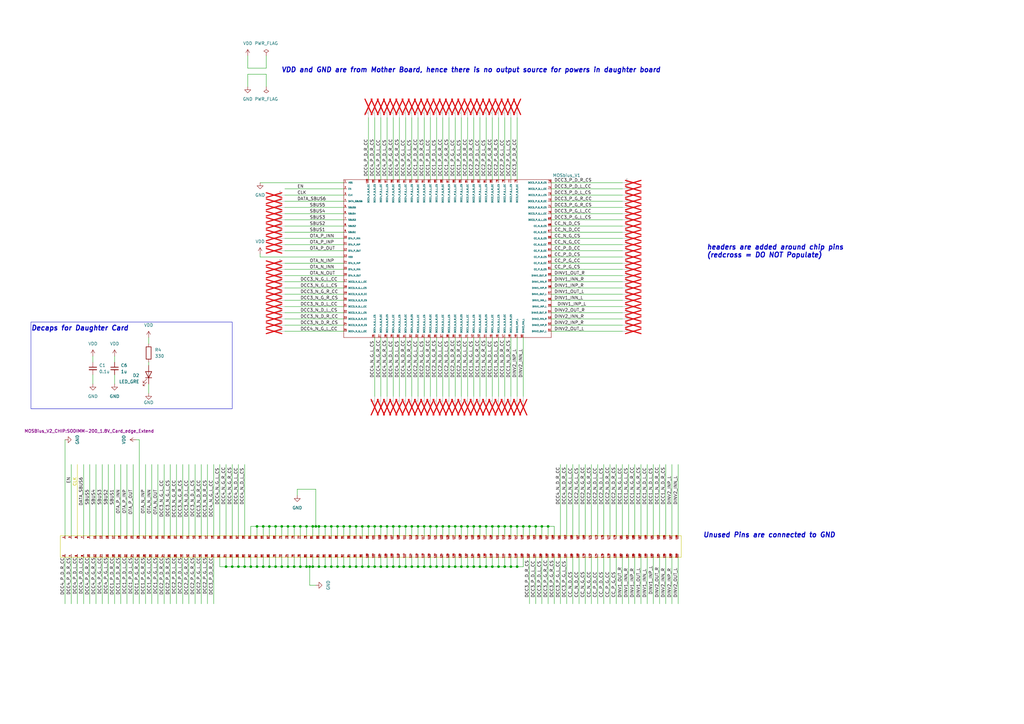
<source format=kicad_sch>
(kicad_sch (version 20250114) (generator "eeschema") (generator_version "9.0")
  (paper "A3")
  (title_block (title "MOSbius V2 Darughter Card PCB") (company "Columbia University"))
  (rectangle (start 12.7 132.08) (end 95.25 167.64))
  (text "headers are added around chip pins\n(redcross = DO NOT Populate)" (at 289.814 105.918 0) (effects (font (size 2 2) (bold yes) (italic yes)) (justify left bottom)))
  (text "Decaps for Daughter Card" (at 12.7 135.89 0) (effects (font (size 2 2) (bold yes) (italic yes)) (justify left bottom)))
  (text "Unused Pins are connected to GND" (at 288.29 220.726 0) (effects (font (size 2 2) (bold yes) (italic yes)) (justify left bottom)))
  (text "VDD and GND are from Mother Board, hence there is no output source for powers in daughter board\n" (at 115.316 29.972 0) (effects (font (size 2 2) (bold yes) (italic yes)) (justify left bottom)))
  (junction (at 158.75 232.41))
  (junction (at 161.29 232.41))
  (junction (at 191.77 232.41))
  (junction (at 179.07 215.9))
  (junction (at 156.21 232.41))
  (junction (at 129.54 215.9))
  (junction (at 194.31 232.41))
  (junction (at 186.69 215.9))
  (junction (at 194.31 215.9))
  (junction (at 151.13 232.41))
  (junction (at 140.97 232.41))
  (junction (at 181.61 232.41))
  (junction (at 181.61 215.9))
  (junction (at 97.79 232.41))
  (junction (at 209.55 232.41))
  (junction (at 128.27 215.9))
  (junction (at 151.13 215.9))
  (junction (at 158.75 215.9))
  (junction (at 148.59 215.9))
  (junction (at 191.77 215.9))
  (junction (at 148.59 232.41))
  (junction (at 176.53 232.41))
  (junction (at 127 232.41))
  (junction (at 173.99 232.41))
  (junction (at 102.87 232.41))
  (junction (at 186.69 232.41))
  (junction (at 115.57 215.9))
  (junction (at 143.51 232.41))
  (junction (at 217.17 215.9))
  (junction (at 105.41 232.41))
  (junction (at 176.53 215.9))
  (junction (at 199.39 215.9))
  (junction (at 196.85 232.41))
  (junction (at 168.91 215.9))
  (junction (at 120.65 215.9))
  (junction (at 128.27 232.41))
  (junction (at 212.09 215.9))
  (junction (at 125.73 232.41))
  (junction (at 196.85 215.9))
  (junction (at 135.89 215.9))
  (junction (at 207.01 215.9))
  (junction (at 138.43 232.41))
  (junction (at 168.91 232.41))
  (junction (at 161.29 215.9))
  (junction (at 156.21 215.9))
  (junction (at 204.47 232.41))
  (junction (at 110.49 215.9))
  (junction (at 118.11 232.41))
  (junction (at 118.11 215.9))
  (junction (at 125.73 215.9))
  (junction (at 133.35 215.9))
  (junction (at 166.37 232.41))
  (junction (at 184.15 232.41))
  (junction (at 153.67 215.9))
  (junction (at 143.51 215.9))
  (junction (at 113.03 232.41))
  (junction (at 115.57 232.41))
  (junction (at 153.67 232.41))
  (junction (at 135.89 232.41))
  (junction (at 171.45 232.41))
  (junction (at 209.55 215.9))
  (junction (at 138.43 215.9))
  (junction (at 146.05 232.41))
  (junction (at 107.95 215.9))
  (junction (at 222.25 215.9))
  (junction (at 199.39 232.41))
  (junction (at 146.05 215.9))
  (junction (at 179.07 232.41))
  (junction (at 113.03 215.9))
  (junction (at 133.35 232.41))
  (junction (at 201.93 232.41))
  (junction (at 224.79 215.9))
  (junction (at 123.19 232.41))
  (junction (at 140.97 215.9))
  (junction (at 105.41 215.9))
  (junction (at 163.83 215.9))
  (junction (at 110.49 232.41))
  (junction (at 201.93 215.9))
  (junction (at 130.81 215.9))
  (junction (at 214.63 215.9))
  (junction (at 189.23 232.41))
  (junction (at 166.37 215.9))
  (junction (at 184.15 215.9))
  (junction (at 92.71 232.41))
  (junction (at 120.65 232.41))
  (junction (at 171.45 215.9))
  (junction (at 100.33 232.41))
  (junction (at 173.99 215.9))
  (junction (at 219.71 215.9))
  (junction (at 123.19 215.9))
  (junction (at 130.81 232.41))
  (junction (at 163.83 232.41))
  (junction (at 189.23 215.9))
  (junction (at 95.25 232.41))
  (junction (at 107.95 232.41))
  (junction (at 207.01 232.41))
  (junction (at 212.09 232.41))
  (junction (at 204.47 215.9))
  (wire (pts (xy 127 240.03) (xy 127 232.41)))
  (wire (pts (xy 129.54 200.66) (xy 129.54 215.9)))
  (wire (pts (xy 204.47 48.26) (xy 204.47 73.66)))
  (wire (pts (xy 158.75 232.41) (xy 156.21 232.41)))
  (wire (pts (xy 163.83 228.6) (xy 163.83 232.41)))
  (wire (pts (xy 156.21 138.43) (xy 156.21 162.56)))
  (wire (pts (xy 214.63 232.41) (xy 212.09 232.41)))
  (wire (pts (xy 184.15 219.71) (xy 184.15 215.9)))
  (wire (pts (xy 143.51 228.6) (xy 143.51 232.41)))
  (wire (pts (xy 265.43 247.65) (xy 265.43 228.6)))
  (wire (pts (xy 146.05 232.41) (xy 146.05 228.6)))
  (wire (pts (xy 158.75 219.71) (xy 158.75 215.9)))
  (wire (pts (xy 166.37 215.9) (xy 166.37 219.71)))
  (wire (pts (xy 212.09 232.41) (xy 209.55 232.41)))
  (wire (pts (xy 222.25 215.9) (xy 222.25 219.71)))
  (wire (pts (xy 74.93 190.5) (xy 74.93 219.71)))
  (wire (pts (xy 171.45 215.9) (xy 173.99 215.9)))
  (wire (pts (xy 278.13 247.65) (xy 278.13 228.6)))
  (wire (pts (xy 138.43 228.6) (xy 138.43 232.41)))
  (wire (pts (xy 87.63 247.65) (xy 87.63 228.6)))
  (wire (pts (xy 123.19 232.41) (xy 120.65 232.41)))
  (wire (pts (xy 171.45 138.43) (xy 171.45 162.56)))
  (wire (pts (xy 146.05 215.9) (xy 148.59 215.9)))
  (wire (pts (xy 52.07 190.5) (xy 52.07 219.71)))
  (wire (pts (xy 262.89 247.65) (xy 262.89 228.6)))
  (wire (pts (xy 184.15 215.9) (xy 186.69 215.9)))
  (wire (pts (xy 54.61 247.65) (xy 54.61 228.6)))
  (wire (pts (xy 128.27 215.9) (xy 129.54 215.9)))
  (wire (pts (xy 62.23 190.5) (xy 62.23 219.71)))
  (wire (pts (xy 214.63 228.6) (xy 214.63 232.41)))
  (wire (pts (xy 226.06 110.49) (xy 255.27 110.49)))
  (wire (pts (xy 127 232.41) (xy 125.73 232.41)))
  (wire (pts (xy 156.21 215.9) (xy 156.21 219.71)))
  (wire (pts (xy 106.68 104.14) (xy 106.68 105.41)))
  (wire (pts (xy 196.85 215.9) (xy 196.85 219.71)))
  (wire (pts (xy 240.03 190.5) (xy 240.03 219.71)))
  (wire (pts (xy 80.01 247.65) (xy 80.01 228.6)))
  (wire (pts (xy 186.69 215.9) (xy 186.69 219.71)))
  (wire (pts (xy 116.84 113.03) (xy 140.97 113.03)))
  (wire (pts (xy 125.73 232.41) (xy 123.19 232.41)))
  (wire (pts (xy 189.23 219.71) (xy 189.23 215.9)))
  (wire (pts (xy 278.13 190.5) (xy 278.13 219.71)))
  (wire (pts (xy 156.21 48.26) (xy 156.21 73.66)))
  (wire (pts (xy 95.25 190.5) (xy 95.25 219.71)))
  (wire (pts (xy 199.39 232.41) (xy 196.85 232.41)))
  (wire (pts (xy 255.27 190.5) (xy 255.27 219.71)))
  (wire (pts (xy 184.15 138.43) (xy 184.15 162.56)))
  (wire (pts (xy 252.73 190.5) (xy 252.73 219.71)))
  (wire (pts (xy 116.84 110.49) (xy 140.97 110.49)))
  (wire (pts (xy 267.97 190.5) (xy 267.97 219.71)))
  (wire (pts (xy 250.19 190.5) (xy 250.19 219.71)))
  (wire (pts (xy 151.13 215.9) (xy 151.13 219.71)))
  (wire (pts (xy 57.15 180.34) (xy 57.15 219.71)))
  (wire (pts (xy 113.03 228.6) (xy 113.03 232.41)))
  (wire (pts (xy 226.06 95.25) (xy 255.27 95.25)))
  (wire (pts (xy 273.05 247.65) (xy 273.05 228.6)))
  (wire (pts (xy 245.11 190.5) (xy 245.11 219.71)))
  (wire (pts (xy 191.77 232.41) (xy 189.23 232.41)))
  (wire (pts (xy 252.73 247.65) (xy 252.73 228.6)))
  (wire (pts (xy 176.53 215.9) (xy 179.07 215.9)))
  (wire (pts (xy 156.21 215.9) (xy 158.75 215.9)))
  (wire (pts (xy 69.85 190.5) (xy 69.85 219.71)))
  (wire (pts (xy 125.73 215.9) (xy 128.27 215.9)))
  (wire (pts (xy 29.21 190.5) (xy 29.21 219.71)))
  (wire (pts (xy 85.09 247.65) (xy 85.09 228.6)))
  (wire (pts (xy 226.06 105.41) (xy 255.27 105.41)))
  (wire (pts (xy 207.01 232.41) (xy 207.01 228.6)))
  (wire (pts (xy 163.83 219.71) (xy 163.83 215.9)))
  (wire (pts (xy 153.67 48.26) (xy 153.67 73.66)))
  (wire (pts (xy 219.71 247.65) (xy 219.71 228.6)))
  (wire (pts (xy 72.39 190.5) (xy 72.39 219.71)))
  (wire (pts (xy 201.93 232.41) (xy 201.93 228.6)))
  (wire (pts (xy 138.43 219.71) (xy 138.43 215.9)))
  (wire (pts (xy 181.61 215.9) (xy 181.61 219.71)))
  (wire (pts (xy 191.77 215.9) (xy 194.31 215.9)))
  (wire (pts (xy 85.09 190.5) (xy 85.09 219.71)))
  (wire (pts (xy 116.84 125.73) (xy 140.97 125.73)))
  (wire (pts (xy 97.79 190.5) (xy 97.79 219.71)))
  (wire (pts (xy 133.35 228.6) (xy 133.35 232.41)))
  (wire (pts (xy 242.57 247.65) (xy 242.57 228.6)))
  (wire (pts (xy 209.55 215.9) (xy 212.09 215.9)))
  (wire (pts (xy 146.05 215.9) (xy 146.05 219.71)))
  (wire (pts (xy 34.29 190.5) (xy 34.29 219.71)))
  (wire (pts (xy 173.99 228.6) (xy 173.99 232.41)))
  (wire (pts (xy 39.37 190.5) (xy 39.37 219.71)))
  (wire (pts (xy 161.29 232.41) (xy 158.75 232.41)))
  (wire (pts (xy 189.23 48.26) (xy 189.23 73.66)))
  (wire (pts (xy 212.09 138.43) (xy 212.09 162.56)))
  (wire (pts (xy 110.49 215.9) (xy 110.49 219.71)))
  (wire (pts (xy 156.21 232.41) (xy 156.21 228.6)))
  (wire (pts (xy 227.33 215.9) (xy 227.33 219.71)))
  (wire (pts (xy 184.15 228.6) (xy 184.15 232.41)))
  (wire (pts (xy 102.87 232.41) (xy 100.33 232.41)))
  (wire (pts (xy 255.27 247.65) (xy 255.27 228.6)))
  (wire (pts (xy 102.87 215.9) (xy 105.41 215.9)))
  (wire (pts (xy 41.91 190.5) (xy 41.91 219.71)))
  (wire (pts (xy 26.67 247.65) (xy 26.67 228.6)))
  (wire (pts (xy 184.15 48.26) (xy 184.15 73.66)))
  (wire (pts (xy 234.95 247.65) (xy 234.95 228.6)))
  (wire (pts (xy 116.84 87.63) (xy 140.97 87.63)))
  (wire (pts (xy 199.39 215.9) (xy 201.93 215.9)))
  (wire (pts (xy 260.35 190.5) (xy 260.35 219.71)))
  (wire (pts (xy 153.67 215.9) (xy 156.21 215.9)))
  (wire (pts (xy 97.79 232.41) (xy 97.79 228.6)))
  (wire (pts (xy 105.41 232.41) (xy 105.41 228.6)))
  (wire (pts (xy 226.06 125.73) (xy 255.27 125.73)))
  (wire (pts (xy 140.97 215.9) (xy 140.97 219.71)))
  (wire (pts (xy 163.83 215.9) (xy 166.37 215.9)))
  (wire (pts (xy 140.97 232.41) (xy 140.97 228.6)))
  (wire (pts (xy 153.67 232.41) (xy 151.13 232.41)))
  (wire (pts (xy 123.19 228.6) (xy 123.19 232.41)))
  (wire (pts (xy 179.07 138.43) (xy 179.07 162.56)))
  (wire (pts (xy 31.75 247.65) (xy 31.75 228.6)))
  (wire (pts (xy 214.63 138.43) (xy 214.63 162.56)))
  (wire (pts (xy 163.83 232.41) (xy 161.29 232.41)))
  (wire (pts (xy 179.07 228.6) (xy 179.07 232.41)))
  (wire (pts (xy 209.55 232.41) (xy 207.01 232.41)))
  (wire (pts (xy 209.55 138.43) (xy 209.55 162.56)))
  (wire (pts (xy 237.49 247.65) (xy 237.49 228.6)))
  (wire (pts (xy 171.45 215.9) (xy 171.45 219.71)))
  (wire (pts (xy 207.01 215.9) (xy 207.01 219.71)))
  (wire (pts (xy 143.51 232.41) (xy 140.97 232.41)))
  (wire (pts (xy 26.67 180.34) (xy 26.67 219.71)))
  (wire (pts (xy 125.73 232.41) (xy 125.73 228.6)))
  (wire (pts (xy 118.11 228.6) (xy 118.11 232.41)))
  (wire (pts (xy 116.84 123.19) (xy 140.97 123.19)))
  (wire (pts (xy 226.06 90.17) (xy 255.27 90.17)))
  (wire (pts (xy 128.27 228.6) (xy 128.27 232.41)))
  (wire (pts (xy 92.71 190.5) (xy 92.71 219.71)))
  (wire (pts (xy 166.37 232.41) (xy 163.83 232.41)))
  (wire (pts (xy 199.39 228.6) (xy 199.39 232.41)))
  (wire (pts (xy 107.95 215.9) (xy 110.49 215.9)))
  (wire (pts (xy 176.53 138.43) (xy 176.53 162.56)))
  (wire (pts (xy 87.63 190.5) (xy 87.63 219.71)))
  (wire (pts (xy 102.87 228.6) (xy 102.87 232.41)))
  (wire (pts (xy 226.06 133.35) (xy 255.27 133.35)))
  (wire (pts (xy 109.22 30.48) (xy 109.22 35.56)))
  (wire (pts (xy 80.01 190.5) (xy 80.01 219.71)))
  (wire (pts (xy 130.81 215.9) (xy 133.35 215.9)))
  (wire (pts (xy 116.84 85.09) (xy 140.97 85.09)))
  (wire (pts (xy 240.03 247.65) (xy 240.03 228.6)))
  (wire (pts (xy 212.09 215.9) (xy 214.63 215.9)))
  (wire (pts (xy 57.15 180.34) (xy 55.88 180.34)))
  (wire (pts (xy 201.93 215.9) (xy 201.93 219.71)))
  (wire (pts (xy 186.69 215.9) (xy 189.23 215.9)))
  (wire (pts (xy 120.65 232.41) (xy 118.11 232.41)))
  (wire (pts (xy 36.83 190.5) (xy 36.83 219.71)))
  (wire (pts (xy 138.43 215.9) (xy 140.97 215.9)))
  (wire (pts (xy 116.84 118.11) (xy 140.97 118.11)))
  (wire (pts (xy 128.27 232.41) (xy 127 232.41)))
  (wire (pts (xy 166.37 48.26) (xy 166.37 73.66)))
  (wire (pts (xy 133.35 232.41) (xy 130.81 232.41)))
  (wire (pts (xy 161.29 232.41) (xy 161.29 228.6)))
  (wire (pts (xy 181.61 232.41) (xy 179.07 232.41)))
  (wire (pts (xy 38.1 146.05) (xy 38.1 148.59)))
  (wire (pts (xy 151.13 215.9) (xy 153.67 215.9)))
  (wire (pts (xy 151.13 232.41) (xy 151.13 228.6)))
  (wire (pts (xy 135.89 215.9) (xy 138.43 215.9)))
  (wire (pts (xy 186.69 232.41) (xy 186.69 228.6)))
  (wire (pts (xy 158.75 48.26) (xy 158.75 73.66)))
  (wire (pts (xy 191.77 232.41) (xy 191.77 228.6)))
  (wire (pts (xy 135.89 232.41) (xy 135.89 228.6)))
  (wire (pts (xy 116.84 107.95) (xy 140.97 107.95)))
  (wire (pts (xy 226.06 85.09) (xy 255.27 85.09)))
  (wire (pts (xy 273.05 190.5) (xy 273.05 219.71)))
  (wire (pts (xy 113.03 215.9) (xy 115.57 215.9)))
  (wire (pts (xy 105.41 215.9) (xy 105.41 219.71)))
  (wire (pts (xy 189.23 232.41) (xy 186.69 232.41)))
  (wire (pts (xy 113.03 219.71) (xy 113.03 215.9)))
  (wire (pts (xy 232.41 247.65) (xy 232.41 228.6)))
  (wire (pts (xy 102.87 219.71) (xy 102.87 215.9)))
  (wire (pts (xy 247.65 190.5) (xy 247.65 219.71)))
  (wire (pts (xy 209.55 228.6) (xy 209.55 232.41)))
  (wire (pts (xy 123.19 219.71) (xy 123.19 215.9)))
  (wire (pts (xy 199.39 48.26) (xy 199.39 73.66)))
  (wire (pts (xy 179.07 232.41) (xy 176.53 232.41)))
  (wire (pts (xy 101.6 30.48) (xy 101.6 35.56)))
  (wire (pts (xy 153.67 138.43) (xy 153.67 162.56)))
  (wire (pts (xy 189.23 228.6) (xy 189.23 232.41)))
  (wire (pts (xy 135.89 232.41) (xy 133.35 232.41)))
  (wire (pts (xy 97.79 232.41) (xy 95.25 232.41)))
  (wire (pts (xy 105.41 232.41) (xy 102.87 232.41)))
  (wire (pts (xy 129.54 240.03) (xy 127 240.03)))
  (wire (pts (xy 129.54 215.9) (xy 130.81 215.9)))
  (wire (pts (xy 148.59 228.6) (xy 148.59 232.41)))
  (wire (pts (xy 38.1 157.48) (xy 38.1 153.67)))
  (wire (pts (xy 60.96 138.43) (xy 60.96 140.97)))
  (wire (pts (xy 212.09 48.26) (xy 212.09 73.66)))
  (wire (pts (xy 116.84 115.57) (xy 140.97 115.57)))
  (wire (pts (xy 135.89 215.9) (xy 135.89 219.71)))
  (wire (pts (xy 257.81 190.5) (xy 257.81 219.71)))
  (wire (pts (xy 120.65 215.9) (xy 123.19 215.9)))
  (wire (pts (xy 77.47 247.65) (xy 77.47 228.6)))
  (wire (pts (xy 179.07 48.26) (xy 179.07 73.66)))
  (wire (pts (xy 106.68 74.93) (xy 140.97 74.93)))
  (wire (pts (xy 110.49 215.9) (xy 113.03 215.9)))
  (wire (pts (xy 133.35 219.71) (xy 133.35 215.9)))
  (wire (pts (xy 270.51 190.5) (xy 270.51 219.71)))
  (wire (pts (xy 226.06 92.71) (xy 255.27 92.71)))
  (wire (pts (xy 106.68 105.41) (xy 140.97 105.41)))
  (wire (pts (xy 41.91 247.65) (xy 41.91 228.6)))
  (wire (pts (xy 229.87 190.5) (xy 229.87 219.71)))
  (wire (pts (xy 226.06 80.01) (xy 255.27 80.01)))
  (wire (pts (xy 158.75 138.43) (xy 158.75 162.56)))
  (wire (pts (xy 121.92 203.2) (xy 121.92 200.66)))
  (wire (pts (xy 186.69 138.43) (xy 186.69 162.56)))
  (wire (pts (xy 173.99 138.43) (xy 173.99 162.56)))
  (wire (pts (xy 120.65 232.41) (xy 120.65 228.6)))
  (wire (pts (xy 62.23 247.65) (xy 62.23 228.6)))
  (wire (pts (xy 181.61 48.26) (xy 181.61 73.66)))
  (wire (pts (xy 92.71 232.41) (xy 92.71 228.6)))
  (wire (pts (xy 118.11 219.71) (xy 118.11 215.9)))
  (wire (pts (xy 212.09 232.41) (xy 212.09 228.6)))
  (wire (pts (xy 95.25 228.6) (xy 95.25 232.41)))
  (wire (pts (xy 118.11 232.41) (xy 115.57 232.41)))
  (wire (pts (xy 194.31 215.9) (xy 196.85 215.9)))
  (wire (pts (xy 110.49 232.41) (xy 110.49 228.6)))
  (wire (pts (xy 158.75 215.9) (xy 161.29 215.9)))
  (wire (pts (xy 77.47 190.5) (xy 77.47 219.71)))
  (wire (pts (xy 153.67 228.6) (xy 153.67 232.41)))
  (wire (pts (xy 168.91 219.71) (xy 168.91 215.9)))
  (wire (pts (xy 186.69 48.26) (xy 186.69 73.66)))
  (wire (pts (xy 209.55 219.71) (xy 209.55 215.9)))
  (wire (pts (xy 171.45 232.41) (xy 168.91 232.41)))
  (wire (pts (xy 116.84 133.35) (xy 140.97 133.35)))
  (wire (pts (xy 46.99 247.65) (xy 46.99 228.6)))
  (wire (pts (xy 217.17 215.9) (xy 217.17 219.71)))
  (wire (pts (xy 163.83 48.26) (xy 163.83 73.66)))
  (wire (pts (xy 181.61 138.43) (xy 181.61 162.56)))
  (wire (pts (xy 226.06 74.93) (xy 255.27 74.93)))
  (wire (pts (xy 194.31 219.71) (xy 194.31 215.9)))
  (wire (pts (xy 133.35 215.9) (xy 135.89 215.9)))
  (wire (pts (xy 64.77 247.65) (xy 64.77 228.6)))
  (wire (pts (xy 194.31 48.26) (xy 194.31 73.66)))
  (wire (pts (xy 191.77 138.43) (xy 191.77 162.56)))
  (wire (pts (xy 59.69 190.5) (xy 59.69 219.71)))
  (wire (pts (xy 224.79 247.65) (xy 224.79 228.6)))
  (wire (pts (xy 226.06 77.47) (xy 255.27 77.47)))
  (wire (pts (xy 82.55 247.65) (xy 82.55 228.6)))
  (wire (pts (xy 130.81 232.41) (xy 130.81 228.6)))
  (wire (pts (xy 191.77 48.26) (xy 191.77 73.66)))
  (wire (pts (xy 100.33 228.6) (xy 100.33 232.41)))
  (wire (pts (xy 222.25 215.9) (xy 224.79 215.9)))
  (wire (pts (xy 116.84 102.87) (xy 140.97 102.87)))
  (wire (pts (xy 189.23 138.43) (xy 189.23 162.56)))
  (wire (pts (xy 140.97 232.41) (xy 138.43 232.41)))
  (wire (pts (xy 226.06 113.03) (xy 255.27 113.03)))
  (wire (pts (xy 60.96 157.48) (xy 60.96 161.29)))
  (wire (pts (xy 105.41 215.9) (xy 107.95 215.9)))
  (wire (pts (xy 151.13 48.26) (xy 151.13 73.66)))
  (wire (pts (xy 168.91 232.41) (xy 166.37 232.41)))
  (wire (pts (xy 148.59 219.71) (xy 148.59 215.9)))
  (wire (pts (xy 224.79 215.9) (xy 227.33 215.9)))
  (wire (pts (xy 116.84 135.89) (xy 140.97 135.89)))
  (wire (pts (xy 226.06 82.55) (xy 255.27 82.55)))
  (wire (pts (xy 212.09 215.9) (xy 212.09 219.71)))
  (wire (pts (xy 90.17 190.5) (xy 90.17 219.71)))
  (wire (pts (xy 209.55 48.26) (xy 209.55 73.66)))
  (wire (pts (xy 109.22 30.48) (xy 101.6 30.48)))
  (wire (pts (xy 36.83 247.65) (xy 36.83 228.6)))
  (wire (pts (xy 29.21 247.65) (xy 29.21 228.6)))
  (wire (pts (xy 123.19 215.9) (xy 125.73 215.9)))
  (wire (pts (xy 46.99 190.5) (xy 46.99 219.71)))
  (wire (pts (xy 116.84 82.55) (xy 140.97 82.55)))
  (wire (pts (xy 44.45 247.65) (xy 44.45 228.6)))
  (wire (pts (xy 214.63 215.9) (xy 217.17 215.9)))
  (wire (pts (xy 168.91 228.6) (xy 168.91 232.41)))
  (wire (pts (xy 217.17 247.65) (xy 217.17 228.6)))
  (wire (pts (xy 171.45 48.26) (xy 171.45 73.66)))
  (wire (pts (xy 179.07 219.71) (xy 179.07 215.9)))
  (wire (pts (xy 116.84 80.01) (xy 140.97 80.01)))
  (wire (pts (xy 110.49 232.41) (xy 107.95 232.41)))
  (wire (pts (xy 60.96 149.86) (xy 60.96 148.59)))
  (wire (pts (xy 196.85 232.41) (xy 196.85 228.6)))
  (wire (pts (xy 109.22 27.94) (xy 101.6 27.94)))
  (wire (pts (xy 184.15 232.41) (xy 181.61 232.41)))
  (wire (pts (xy 138.43 232.41) (xy 135.89 232.41)))
  (wire (pts (xy 39.37 247.65) (xy 39.37 228.6)))
  (wire (pts (xy 207.01 48.26) (xy 207.01 73.66)))
  (wire (pts (xy 194.31 228.6) (xy 194.31 232.41)))
  (wire (pts (xy 59.69 247.65) (xy 59.69 228.6)))
  (wire (pts (xy 176.53 232.41) (xy 173.99 232.41)))
  (wire (pts (xy 148.59 215.9) (xy 151.13 215.9)))
  (wire (pts (xy 226.06 107.95) (xy 255.27 107.95)))
  (wire (pts (xy 204.47 215.9) (xy 207.01 215.9)))
  (wire (pts (xy 107.95 219.71) (xy 107.95 215.9)))
  (wire (pts (xy 113.03 232.41) (xy 110.49 232.41)))
  (wire (pts (xy 92.71 232.41) (xy 90.17 232.41)))
  (wire (pts (xy 31.75 190.5) (xy 31.75 219.71)) (stroke (width 0) (color 194 194 0 1)))
  (wire (pts (xy 116.84 90.17) (xy 140.97 90.17)))
  (wire (pts (xy 148.59 232.41) (xy 146.05 232.41)))
  (wire (pts (xy 115.57 215.9) (xy 118.11 215.9)))
  (wire (pts (xy 173.99 215.9) (xy 176.53 215.9)))
  (wire (pts (xy 140.97 215.9) (xy 143.51 215.9)))
  (wire (pts (xy 125.73 215.9) (xy 125.73 219.71)))
  (wire (pts (xy 168.91 215.9) (xy 171.45 215.9)))
  (wire (pts (xy 226.06 118.11) (xy 255.27 118.11)))
  (wire (pts (xy 204.47 232.41) (xy 201.93 232.41)))
  (wire (pts (xy 52.07 247.65) (xy 52.07 228.6)))
  (wire (pts (xy 201.93 232.41) (xy 199.39 232.41)))
  (wire (pts (xy 69.85 247.65) (xy 69.85 228.6)))
  (wire (pts (xy 120.65 215.9) (xy 120.65 219.71)))
  (wire (pts (xy 107.95 228.6) (xy 107.95 232.41)))
  (wire (pts (xy 161.29 215.9) (xy 163.83 215.9)))
  (wire (pts (xy 201.93 48.26) (xy 201.93 73.66)))
  (wire (pts (xy 116.84 120.65) (xy 140.97 120.65)))
  (wire (pts (xy 74.93 247.65) (xy 74.93 228.6)))
  (wire (pts (xy 49.53 190.5) (xy 49.53 219.71)))
  (wire (pts (xy 49.53 247.65) (xy 49.53 228.6)))
  (wire (pts (xy 146.05 232.41) (xy 143.51 232.41)))
  (wire (pts (xy 173.99 48.26) (xy 173.99 73.66)))
  (wire (pts (xy 173.99 232.41) (xy 171.45 232.41)))
  (wire (pts (xy 158.75 228.6) (xy 158.75 232.41)))
  (wire (pts (xy 196.85 48.26) (xy 196.85 73.66)))
  (wire (pts (xy 227.33 247.65) (xy 227.33 228.6)))
  (wire (pts (xy 115.57 215.9) (xy 115.57 219.71)))
  (wire (pts (xy 189.23 215.9) (xy 191.77 215.9)))
  (wire (pts (xy 242.57 190.5) (xy 242.57 219.71)))
  (wire (pts (xy 121.92 200.66) (xy 129.54 200.66)))
  (wire (pts (xy 143.51 219.71) (xy 143.51 215.9)))
  (wire (pts (xy 173.99 219.71) (xy 173.99 215.9)))
  (wire (pts (xy 82.55 190.5) (xy 82.55 219.71)))
  (wire (pts (xy 168.91 48.26) (xy 168.91 73.66)))
  (wire (pts (xy 116.84 77.47) (xy 140.97 77.47)))
  (wire (pts (xy 166.37 138.43) (xy 166.37 162.56)))
  (wire (pts (xy 163.83 138.43) (xy 163.83 162.56)))
  (wire (pts (xy 201.93 215.9) (xy 204.47 215.9)))
  (wire (pts (xy 161.29 215.9) (xy 161.29 219.71)))
  (wire (pts (xy 46.99 157.48) (xy 46.99 153.67)))
  (wire (pts (xy 226.06 128.27) (xy 255.27 128.27)))
  (wire (pts (xy 100.33 190.5) (xy 100.33 219.71)))
  (wire (pts (xy 262.89 190.5) (xy 262.89 219.71)))
  (wire (pts (xy 194.31 232.41) (xy 191.77 232.41)))
  (wire (pts (xy 118.11 215.9) (xy 120.65 215.9)))
  (wire (pts (xy 44.45 190.5) (xy 44.45 219.71)))
  (wire (pts (xy 219.71 219.71) (xy 219.71 215.9)))
  (wire (pts (xy 196.85 232.41) (xy 194.31 232.41)))
  (wire (pts (xy 226.06 123.19) (xy 255.27 123.19)))
  (wire (pts (xy 101.6 22.86) (xy 101.6 27.94)))
  (wire (pts (xy 166.37 232.41) (xy 166.37 228.6)))
  (wire (pts (xy 270.51 247.65) (xy 270.51 228.6)))
  (wire (pts (xy 257.81 247.65) (xy 257.81 228.6)))
  (wire (pts (xy 171.45 232.41) (xy 171.45 228.6)))
  (wire (pts (xy 46.99 146.05) (xy 46.99 148.59)))
  (wire (pts (xy 191.77 215.9) (xy 191.77 219.71)))
  (wire (pts (xy 226.06 97.79) (xy 255.27 97.79)))
  (wire (pts (xy 207.01 232.41) (xy 204.47 232.41)))
  (wire (pts (xy 166.37 215.9) (xy 168.91 215.9)))
  (wire (pts (xy 176.53 232.41) (xy 176.53 228.6)))
  (wire (pts (xy 275.59 190.5) (xy 275.59 219.71)))
  (wire (pts (xy 107.95 232.41) (xy 105.41 232.41)))
  (wire (pts (xy 226.06 130.81) (xy 255.27 130.81)))
  (wire (pts (xy 247.65 247.65) (xy 247.65 228.6)))
  (wire (pts (xy 214.63 219.71) (xy 214.63 215.9)))
  (wire (pts (xy 34.29 247.65) (xy 34.29 228.6)))
  (wire (pts (xy 204.47 138.43) (xy 204.47 162.56)))
  (wire (pts (xy 116.84 95.25) (xy 140.97 95.25)))
  (wire (pts (xy 176.53 48.26) (xy 176.53 73.66)))
  (wire (pts (xy 199.39 219.71) (xy 199.39 215.9)))
  (wire (pts (xy 226.06 87.63) (xy 255.27 87.63)))
  (wire (pts (xy 100.33 232.41) (xy 97.79 232.41)))
  (wire (pts (xy 143.51 215.9) (xy 146.05 215.9)))
  (wire (pts (xy 67.31 190.5) (xy 67.31 219.71)))
  (wire (pts (xy 168.91 138.43) (xy 168.91 162.56)))
  (wire (pts (xy 207.01 138.43) (xy 207.01 162.56)))
  (wire (pts (xy 72.39 247.65) (xy 72.39 228.6)))
  (wire (pts (xy 204.47 228.6) (xy 204.47 232.41)))
  (wire (pts (xy 222.25 247.65) (xy 222.25 228.6)))
  (wire (pts (xy 181.61 215.9) (xy 184.15 215.9)))
  (wire (pts (xy 237.49 190.5) (xy 237.49 219.71)))
  (wire (pts (xy 130.81 232.41) (xy 128.27 232.41)))
  (wire (pts (xy 130.81 215.9) (xy 130.81 219.71)))
  (wire (pts (xy 161.29 138.43) (xy 161.29 162.56)))
  (wire (pts (xy 176.53 215.9) (xy 176.53 219.71)))
  (wire (pts (xy 234.95 190.5) (xy 234.95 219.71)))
  (wire (pts (xy 156.21 232.41) (xy 153.67 232.41)))
  (wire (pts (xy 64.77 190.5) (xy 64.77 219.71)))
  (wire (pts (xy 199.39 138.43) (xy 199.39 162.56)))
  (wire (pts (xy 161.29 48.26) (xy 161.29 73.66)))
  (wire (pts (xy 219.71 215.9) (xy 222.25 215.9)))
  (wire (pts (xy 116.84 97.79) (xy 140.97 97.79)))
  (wire (pts (xy 179.07 215.9) (xy 181.61 215.9)))
  (wire (pts (xy 153.67 219.71) (xy 153.67 215.9)))
  (wire (pts (xy 207.01 215.9) (xy 209.55 215.9)))
  (wire (pts (xy 226.06 135.89) (xy 255.27 135.89)))
  (wire (pts (xy 250.19 247.65) (xy 250.19 228.6)))
  (wire (pts (xy 95.25 232.41) (xy 92.71 232.41)))
  (wire (pts (xy 224.79 219.71) (xy 224.79 215.9)))
  (wire (pts (xy 217.17 215.9) (xy 219.71 215.9)))
  (wire (pts (xy 229.87 247.65) (xy 229.87 228.6)))
  (wire (pts (xy 54.61 190.5) (xy 54.61 219.71)))
  (wire (pts (xy 57.15 247.65) (xy 57.15 228.6)))
  (wire (pts (xy 181.61 232.41) (xy 181.61 228.6)))
  (wire (pts (xy 226.06 102.87) (xy 255.27 102.87)))
  (wire (pts (xy 232.41 190.5) (xy 232.41 219.71)))
  (wire (pts (xy 116.84 130.81) (xy 140.97 130.81)))
  (wire (pts (xy 260.35 247.65) (xy 260.35 228.6)))
  (wire (pts (xy 226.06 115.57) (xy 255.27 115.57)))
  (wire (pts (xy 151.13 232.41) (xy 148.59 232.41)))
  (wire (pts (xy 67.31 247.65) (xy 67.31 228.6)))
  (wire (pts (xy 267.97 247.65) (xy 267.97 228.6)))
  (wire (pts (xy 196.85 138.43) (xy 196.85 162.56)))
  (wire (pts (xy 245.11 247.65) (xy 245.11 228.6)))
  (wire (pts (xy 115.57 232.41) (xy 115.57 228.6)))
  (wire (pts (xy 90.17 228.6) (xy 90.17 232.41)))
  (wire (pts (xy 201.93 138.43) (xy 201.93 162.56)))
  (wire (pts (xy 128.27 219.71) (xy 128.27 215.9)))
  (wire (pts (xy 116.84 128.27) (xy 140.97 128.27)))
  (wire (pts (xy 186.69 232.41) (xy 184.15 232.41)))
  (wire (pts (xy 116.84 100.33) (xy 140.97 100.33)))
  (wire (pts (xy 226.06 100.33) (xy 255.27 100.33)))
  (wire (pts (xy 196.85 215.9) (xy 199.39 215.9)))
  (wire (pts (xy 116.84 92.71) (xy 140.97 92.71)))
  (wire (pts (xy 275.59 247.65) (xy 275.59 228.6)))
  (wire (pts (xy 265.43 190.5) (xy 265.43 219.71)))
  (wire (pts (xy 115.57 232.41) (xy 113.03 232.41)))
  (wire (pts (xy 194.31 138.43) (xy 194.31 162.56)))
  (wire (pts (xy 109.22 22.86) (xy 109.22 27.94)))
  (wire (pts (xy 204.47 219.71) (xy 204.47 215.9)))
  (wire (pts (xy 226.06 120.65) (xy 255.27 120.65)))
  (label "DCC1_N_D_L_CS" (at 204.47 154.94 90))
  (label "DCC1_N_D_R_CS" (at 273.05 207.01 90))
  (label "DCC1_N_G_L_CC" (at 191.77 154.94 90))
  (label "DCC3_P_G_R_CC" (at 227.33 82.55 0))
  (label "DCC1_P_D_L_CC" (at 52.07 228.6 270))
  (label "DCC3_P_D_L_CC" (at 219.71 245.11 90))
  (label "DINV2_OUT_R" (at 227.33 128.27 0))
  (label "DINV2_OUT_R" (at 270.51 245.11 90))
  (label "SBUS3" (at 41.91 200.66 270))
  (label "DCC1_P_G_L_CS" (at 189.23 72.39 90))
  (label "DCC2_P_G_R_CS" (at 204.47 72.39 90))
  (label "CC_N_G_CS" (at 227.33 97.79 0))
  (label "DCC2_P_D_R_CS" (at 194.31 72.39 90))
  (label "DINV2_INP_L" (at 275.59 207.01 90))
  (label "DCC3_N_D_L_CC" (at 123.19 125.73 0))
  (label "DCC4_P_G_R_CC" (at 161.29 72.39 90))
  (label "DCC2_P_G_L_CC" (at 207.01 72.39 90))
  (label "OTA_P_INN" (at 127 97.79 0))
  (label "DCC3_P_D_L_CC" (at 227.33 77.47 0))
  (label "DCC2_P_D_L_CS" (at 74.93 228.6 270))
  (label "DCC4_N_G_L_CS" (at 90.17 207.01 90))
  (label "DCC1_P_G_L_CS" (at 64.77 228.6 270))
  (label "DCC2_P_D_L_CS" (at 199.39 72.39 90))
  (label "DINV1_INP_L" (at 267.97 243.84 90))
  (label "DCC1_P_G_R_CS" (at 59.69 228.6 270))
  (label "DCC3_P_G_L_CS" (at 227.33 90.17 0))
  (label "CLK" (at 121.92 80.01 0))
  (label "DCC3_N_D_R_CC" (at 82.55 196.85 270))
  (label "CC_P_G_CS" (at 252.73 245.11 90))
  (label "DINV1_OUT_L" (at 262.89 245.11 90))
  (label "DCC2_N_G_R_CS" (at 242.57 207.01 90))
  (label "DCC3_P_D_L_CS" (at 227.33 80.01 0))
  (label "DCC3_N_G_R_CC" (at 123.19 120.65 0))
  (label "DCC4_P_G_R_CS" (at 163.83 72.39 90))
  (label "DCC1_P_D_R_CS" (at 173.99 72.39 90))
  (label "DCC4_P_D_R_CS" (at 29.21 228.6 270))
  (label "SBUS3" (at 127 90.17 0))
  (label "DCC3_P_G_L_CC" (at 229.87 245.11 90))
  (label "DCC2_N_D_L_CC" (at 245.11 207.01 90))
  (label "EN" (at 121.92 77.47 0))
  (label "DCC1_N_G_R_CS" (at 199.39 154.94 90))
  (label "DINV1_OUT_L" (at 227.33 120.65 0))
  (label "DCC4_P_D_L_CC" (at 31.75 228.6 270))
  (label "DINV2_INN_L" (at 278.13 207.01 90))
  (label "DCC2_N_G_R_CS" (at 179.07 154.94 90))
  (label "CC_N_G_CC" (at 227.33 100.33 0))
  (label "DCC2_N_G_R_CC" (at 240.03 207.01 90))
  (label "DCC2_P_G_L_CS" (at 85.09 228.6 270))
  (label "DCC2_N_G_R_CC" (at 176.53 154.94 90))
  (label "DCC4_N_G_R_CS" (at 95.25 207.01 90))
  (label "DCC3_N_D_L_CC" (at 77.47 196.85 270))
  (label "DCC4_N_D_R_CS" (at 168.91 154.94 90))
  (label "DCC2_N_G_L_CS" (at 237.49 207.01 90))
  (label "DCC2_N_G_L_CS" (at 173.99 154.94 90))
  (label "DCC4_N_G_L_CS" (at 153.67 154.94 90))
  (label "DCC4_N_D_R_CS" (at 232.41 207.01 90))
  (label "DCC1_P_D_L_CS" (at 179.07 72.39 90))
  (label "DCC3_N_G_L_CS" (at 69.85 196.85 270))
  (label "DCC1_N_G_L_CS" (at 194.31 154.94 90))
  (label "OTA_P_INP" (at 52.07 200.66 270))
  (label "DCC4_N_D_L_CS" (at 163.83 154.94 90))
  (label "CC_N_D_CC" (at 237.49 245.11 90))
  (label "DCC2_N_D_L_CS" (at 184.15 154.94 90))
  (label "DCC2_N_D_R_CC" (at 186.69 154.94 90))
  (label "DINV2_INN_R" (at 227.33 130.81 0))
  (label "DCC4_N_G_R_CS" (at 158.75 154.94 90))
  (label "DCC2_P_D_R_CC" (at 191.77 72.39 90))
  (label "DCC1_N_D_L_CC" (at 265.43 207.01 90))
  (label "DINV1_INP_R" (at 260.35 245.11 90))
  (label "CLK" (at 31.75 195.58 270))
  (label "CC_N_D_CC" (at 227.33 95.25 0))
  (label "DCC3_N_D_R_CS" (at 123.19 133.35 0))
  (label "DCC1_N_G_R_CS" (at 262.89 207.01 90))
  (label "OTA_N_OUT" (at 64.77 200.66 270))
  (label "DCC3_N_G_R_CC" (at 72.39 196.85 270))
  (label "OTA_N_INN" (at 127 110.49 0))
  (label "DCC4_N_G_L_CC" (at 123.19 135.89 0))
  (label "CC_P_D_CC" (at 245.11 245.11 90))
  (label "DCC1_N_G_L_CS" (at 257.81 207.01 90))
  (label "OTA_N_OUT" (at 127 113.03 0))
  (label "DINV1_INN_R" (at 227.33 115.57 0))
  (label "DCC1_P_G_L_CC" (at 62.23 228.6 270))
  (label "DCC1_N_D_L_CC" (at 201.93 154.94 90))
  (label "DCC4_P_G_L_CS" (at 44.45 228.6 270))
  (label "DCC1_N_D_R_CC" (at 207.01 154.94 90))
  (label "DCC1_P_D_R_CC" (at 171.45 72.39 90))
  (label "DCC4_P_D_R_CS" (at 153.67 72.39 90))
  (label "DINV1_INN_L" (at 265.43 245.11 90))
  (label "DCC3_P_D_R_CS" (at 227.33 74.93 0))
  (label "DINV2_INN_R" (at 273.05 245.11 90))
  (label "DINV2_OUT_L" (at 278.13 245.11 90))
  (label "DINV2_INP_L" (at 212.09 154.94 90))
  (label "DINV1_OUT_R" (at 227.33 113.03 0))
  (label "DINV1_INP_R" (at 227.33 118.11 0))
  (label "DCC1_N_G_R_CC" (at 260.35 207.01 90))
  (label "DINV2_INP_R" (at 275.59 245.11 90))
  (label "DCC2_P_G_R_CC" (at 77.47 228.6 270))
  (label "DCC3_P_G_R_CC" (at 224.79 245.11 90))
  (label "CC_N_D_CS" (at 234.95 245.11 90))
  (label "DCC3_P_D_R_CS" (at 217.17 245.11 90))
  (label "CC_P_D_CS" (at 227.33 105.41 0))
  (label "SBUS4" (at 127 87.63 0))
  (label "DCC2_P_D_L_CC" (at 72.39 228.6 270))
  (label "DCC2_P_G_R_CC" (at 201.93 72.39 90))
  (label "DCC1_P_G_L_CC" (at 186.69 72.39 90))
  (label "DINV2_INP_R" (at 227.33 133.35 0))
  (label "DCC4_N_G_L_CC" (at 87.63 196.85 270))
  (label "DCC1_P_D_L_CS" (at 54.61 228.6 270))
  (label "DCC4_N_D_L_CC" (at 97.79 207.01 90))
  (label "DCC3_P_G_L_CC" (at 227.33 87.63 0))
  (label "DCC3_P_G_L_CS" (at 232.41 245.11 90))
  (label "CC_N_G_CS" (at 240.03 245.11 90))
  (label "DCC4_N_G_R_CC" (at 92.71 207.01 90))
  (label "CC_P_D_CC" (at 227.33 102.87 0))
  (label "SBUS5" (at 127 85.09 0))
  (label "DCC4_P_D_L_CC" (at 156.21 72.39 90))
  (label "DCC4_N_D_L_CC" (at 161.29 154.94 90))
  (label "DCC1_N_G_L_CC" (at 255.27 207.01 90))
  (label "DINV2_INN_L" (at 214.63 154.94 90))
  (label "DCC1_P_D_L_CC" (at 176.53 72.39 90))
  (label "OTA_P_OUT" (at 127 102.87 0))
  (label "DCC2_P_G_L_CC" (at 82.55 228.6 270))
  (label "DCC2_P_D_R_CS" (at 69.85 228.6 270))
  (label "DCC4_N_D_R_CC" (at 166.37 154.94 90))
  (label "DCC2_N_D_L_CS" (at 247.65 207.01 90))
  (label "CC_P_G_CS" (at 227.33 110.49 0))
  (label "DCC3_N_D_L_CS" (at 123.19 128.27 0))
  (label "CC_N_G_CC" (at 242.57 245.11 90))
  (label "DCC2_N_D_R_CC" (at 250.19 207.01 90))
  (label "DCC3_N_D_R_CC" (at 123.19 130.81 0))
  (label "DCC3_N_D_L_CS" (at 80.01 196.85 270))
  (label "OTA_N_INN" (at 62.23 200.66 270))
  (label "DCC1_P_D_R_CS" (at 49.53 228.6 270))
  (label "DCC1_N_D_R_CC" (at 270.51 207.01 90))
  (label "CC_P_D_CS" (at 247.65 245.11 90))
  (label "DCC2_P_G_L_CS" (at 209.55 72.39 90))
  (label "DINV1_INN_L" (at 227.33 123.19 0))
  (label "DCC4_P_D_L_CS" (at 34.29 228.6 270))
  (label "DCC2_N_G_L_CC" (at 171.45 154.94 90))
  (label "DCC2_N_D_R_CS" (at 252.73 207.01 90))
  (label "DCC4_P_G_R_CS" (at 39.37 228.6 270))
  (label "OTA_P_INP" (at 127 100.33 0))
  (label "EN" (at 29.21 195.58 270))
  (label "DCC4_P_G_L_CS" (at 168.91 72.39 90))
  (label "DCC1_P_G_R_CS" (at 184.15 72.39 90))
  (label "DINV1_OUT_R" (at 255.27 245.11 90))
  (label "SBUS4" (at 39.37 200.66 270))
  (label "DCC2_N_D_L_CC" (at 181.61 154.94 90))
  (label "DCC2_P_D_L_CC" (at 196.85 72.39 90))
  (label "DINV1_INP_L" (at 228.6 125.73 0))
  (label "DCC2_P_G_R_CS" (at 80.01 228.6 270))
  (label "DCC1_P_G_R_CC" (at 57.15 228.6 270))
  (label "DCC3_N_G_L_CC" (at 67.31 196.85 270))
  (label "DATA_SBUS6" (at 34.29 195.58 270))
  (label "DATA_SBUS6" (at 121.92 82.55 0))
  (label "DCC1_P_G_R_CC" (at 181.61 72.39 90))
  (label "DCC2_P_D_R_CC" (at 67.31 228.6 270))
  (label "DCC1_N_D_R_CS" (at 209.55 154.94 90))
  (label "DCC1_N_D_L_CS" (at 267.97 207.01 90))
  (label "DCC2_N_G_L_CC" (at 234.95 207.01 90))
  (label "DCC3_N_G_R_CS" (at 74.93 196.85 270))
  (label "CC_N_D_CS" (at 227.33 92.71 0))
  (label "DCC3_N_G_L_CC" (at 123.19 115.57 0))
  (label "DCC4_P_G_R_CC" (at 36.83 228.6 270))
  (label "DCC1_N_G_R_CC" (at 196.85 154.94 90))
  (label "DCC3_P_G_R_CS" (at 227.33 245.11 90))
  (label "SBUS2" (at 127 92.71 0))
  (label "DINV2_OUT_L" (at 227.33 135.89 0))
  (label "OTA_P_INN" (at 49.53 200.66 270))
  (label "DCC4_N_D_L_CS" (at 100.33 207.01 90))
  (label "DCC3_N_G_R_CS" (at 123.19 123.19 0))
  (label "DCC3_P_D_L_CS" (at 222.25 245.11 90))
  (label "DINV1_INN_R" (at 257.81 245.11 90))
  (label "DCC4_N_D_R_CC" (at 229.87 207.01 90))
  (label "SBUS1" (at 127 95.25 0))
  (label "DCC4_N_G_R_CC" (at 156.21 154.94 90))
  (label "SBUS2" (at 44.45 200.66 270))
  (label "DCC4_P_D_L_CS" (at 158.75 72.39 90))
  (label "DCC3_P_G_R_CS" (at 227.33 85.09 0))
  (label "SBUS5" (at 36.83 200.66 270))
  (label "DCC4_P_D_R_CC" (at 26.67 228.6 270))
  (label "DCC3_N_D_R_CS" (at 85.09 196.85 270))
  (label "DCC2_N_D_R_CS" (at 189.23 154.94 90))
  (label "DCC3_P_D_R_CC" (at 212.09 72.39 90))
  (label "DCC4_P_G_L_CC" (at 166.37 72.39 90))
  (label "DCC3_N_G_L_CS" (at 123.19 118.11 0))
  (label "DCC1_P_D_R_CC" (at 46.99 228.6 270))
  (label "DCC3_P_D_R_CC" (at 87.63 228.6 270))
  (label "DCC4_P_G_L_CC" (at 41.91 228.6 270))
  (label "CC_P_G_CC" (at 250.19 245.11 90))
  (label "OTA_N_INP" (at 127 107.95 0))
  (label "SBUS1" (at 46.99 200.66 270))
  (label "OTA_P_OUT" (at 54.61 200.66 270))
  (label "CC_P_G_CC" (at 227.33 107.95 0))
  (label "OTA_N_INP" (at 59.69 200.66 270))
  (label "DCC4_P_D_R_CC" (at 151.13 72.39 90))
  (symbol (lib_id "power:GND") (at 106.68 74.93 0) (mirror y) (unit 1)
    (property "Reference" "#PWR01" (effects (hide yes)))
    (property "Value" "GND" (at 106.68 80.01 0))
  )
  (symbol (lib_id "Connector:Conn_01x01_Pin") (at 260.35 125.73 180) (unit 1) (dnp yes)
    (property "Reference" "P55" (effects (hide yes)))
    (property "Value" "Conn_01x01_Pin" (effects (hide yes)))
    (property "Footprint" "Connector_PinHeader_1.00mm:PinHeader_1x01_P1.00mm_Vertical" (effects (hide yes)))
    (property "Description" "Generic connector, single row, 01x01, script generated" (effects (hide yes)))
  )
  (symbol (lib_id "power:GND") (at 121.92 203.2 0) (unit 1)
    (property "Reference" "#PWR03" (effects (hide yes)))
    (property "Value" "GND" (at 121.92 208.28 0))
  )
  (symbol (lib_id "Connector:Conn_01x01_Pin") (at 212.09 167.64 90) (unit 1) (dnp yes)
    (property "Reference" "P49" (effects (hide yes)))
    (property "Value" "Conn_01x01_Pin" (effects (hide yes)))
    (property "Footprint" "Connector_PinHeader_1.00mm:PinHeader_1x01_P1.00mm_Vertical" (effects (hide yes)))
    (property "Description" "Generic connector, single row, 01x01, script generated" (effects (hide yes)))
  )
  (symbol (lib_id "power:VDD") (at 55.88 180.34 90) (mirror x) (unit 1)
    (property "Reference" "#PWR04" (effects (hide yes)))
    (property "Value" "VDD" (at 50.8 180.34 0))
  )
  (symbol (lib_id "Connector:Conn_01x01_Pin") (at 260.35 128.27 180) (unit 1) (dnp yes)
    (property "Reference" "P54" (effects (hide yes)))
    (property "Value" "Conn_01x01_Pin" (effects (hide yes)))
    (property "Footprint" "Connector_PinHeader_1.00mm:PinHeader_1x01_P1.00mm_Vertical" (effects (hide yes)))
    (property "Description" "Generic connector, single row, 01x01, script generated" (effects (hide yes)))
  )
  (symbol (lib_id "Connector:Conn_01x01_Pin") (at 111.76 90.17 0) (unit 1) (dnp yes)
    (property "Reference" "P7" (effects (hide yes)))
    (property "Value" "Conn_01x01_Pin" (effects (hide yes)))
    (property "Footprint" "Connector_PinHeader_1.00mm:PinHeader_1x01_P1.00mm_Vertical" (effects (hide yes)))
    (property "Description" "Generic connector, single row, 01x01, script generated" (effects (hide yes)))
  )
  (symbol (lib_id "Connector:Conn_01x01_Pin") (at 156.21 43.18 270) (unit 1) (dnp yes)
    (property "Reference" "P98" (effects (hide yes)))
    (property "Value" "Conn_01x01_Pin" (effects (hide yes)))
    (property "Footprint" "Connector_PinHeader_1.00mm:PinHeader_1x01_P1.00mm_Vertical" (effects (hide yes)))
    (property "Description" "Generic connector, single row, 01x01, script generated" (effects (hide yes)))
  )
  (symbol (lib_id "Connector:Conn_01x01_Pin") (at 153.67 167.64 90) (unit 1) (dnp yes)
    (property "Reference" "P26" (effects (hide yes)))
    (property "Value" "Conn_01x01_Pin" (effects (hide yes)))
    (property "Footprint" "Connector_PinHeader_1.00mm:PinHeader_1x01_P1.00mm_Vertical" (effects (hide yes)))
    (property "Description" "Generic connector, single row, 01x01, script generated" (effects (hide yes)))
  )
  (symbol (lib_id "Connector:Conn_01x01_Pin") (at 158.75 43.18 270) (unit 1) (dnp yes)
    (property "Reference" "P97" (effects (hide yes)))
    (property "Value" "Conn_01x01_Pin" (effects (hide yes)))
    (property "Footprint" "Connector_PinHeader_1.00mm:PinHeader_1x01_P1.00mm_Vertical" (effects (hide yes)))
    (property "Description" "Generic connector, single row, 01x01, script generated" (effects (hide yes)))
  )
  (symbol (lib_id "Connector:Conn_01x01_Pin") (at 184.15 167.64 90) (unit 1) (dnp yes)
    (property "Reference" "P38" (effects (hide yes)))
    (property "Value" "Conn_01x01_Pin" (effects (hide yes)))
    (property "Footprint" "Connector_PinHeader_1.00mm:PinHeader_1x01_P1.00mm_Vertical" (effects (hide yes)))
    (property "Description" "Generic connector, single row, 01x01, script generated" (effects (hide yes)))
  )
  (symbol (lib_id "power:GND") (at 26.67 180.34 90) (unit 1)
    (property "Reference" "#PWR06" (effects (hide yes)))
    (property "Value" "GND" (at 31.75 180.34 0))
  )
  (symbol (lib_id "Symbols-Library:LED") (at 60.96 153.67 270) (mirror x) (unit 1)
    (property "Reference" "D2" (at 57.15 153.9875 90) (effects (justify right)))
    (property "Value" "LED_GRE" (at 57.15 156.5275 90) (effects (justify right)))
    (property "Footprint" "MOSBius_V2_CHIP:LED_150120RS75000_WRE" (effects (hide yes)))
  )
  (symbol (lib_id "Connector:Conn_01x01_Pin") (at 260.35 113.03 180) (unit 1) (dnp yes)
    (property "Reference" "P60" (effects (hide yes)))
    (property "Value" "Conn_01x01_Pin" (effects (hide yes)))
    (property "Footprint" "Connector_PinHeader_1.00mm:PinHeader_1x01_P1.00mm_Vertical" (effects (hide yes)))
    (property "Description" "Generic connector, single row, 01x01, script generated" (effects (hide yes)))
  )
  (symbol (lib_id "Connector:Conn_01x01_Pin") (at 260.35 120.65 180) (unit 1) (dnp yes)
    (property "Reference" "P57" (effects (hide yes)))
    (property "Value" "Conn_01x01_Pin" (effects (hide yes)))
    (property "Footprint" "Connector_PinHeader_1.00mm:PinHeader_1x01_P1.00mm_Vertical" (effects (hide yes)))
    (property "Description" "Generic connector, single row, 01x01, script generated" (effects (hide yes)))
  )
  (symbol (lib_id "Connector:Conn_01x01_Pin") (at 179.07 167.64 90) (unit 1) (dnp yes)
    (property "Reference" "P36" (effects (hide yes)))
    (property "Value" "Conn_01x01_Pin" (effects (hide yes)))
    (property "Footprint" "Connector_PinHeader_1.00mm:PinHeader_1x01_P1.00mm_Vertical" (effects (hide yes)))
    (property "Description" "Generic connector, single row, 01x01, script generated" (effects (hide yes)))
  )
  (symbol (lib_id "Connector:Conn_01x01_Pin") (at 161.29 43.18 270) (unit 1) (dnp yes)
    (property "Reference" "P96" (effects (hide yes)))
    (property "Value" "Conn_01x01_Pin" (effects (hide yes)))
    (property "Footprint" "Connector_PinHeader_1.00mm:PinHeader_1x01_P1.00mm_Vertical" (effects (hide yes)))
    (property "Description" "Generic connector, single row, 01x01, script generated" (effects (hide yes)))
  )
  (symbol (lib_id "Connector:Conn_01x01_Pin") (at 207.01 167.64 90) (unit 1) (dnp yes)
    (property "Reference" "P47" (effects (hide yes)))
    (property "Value" "Conn_01x01_Pin" (effects (hide yes)))
    (property "Footprint" "Connector_PinHeader_1.00mm:PinHeader_1x01_P1.00mm_Vertical" (effects (hide yes)))
    (property "Description" "Generic connector, single row, 01x01, script generated" (effects (hide yes)))
  )
  (symbol (lib_id "Connector:Conn_01x01_Pin") (at 207.01 43.18 270) (unit 1) (dnp yes)
    (property "Reference" "P78" (effects (hide yes)))
    (property "Value" "Conn_01x01_Pin" (effects (hide yes)))
    (property "Footprint" "Connector_PinHeader_1.00mm:PinHeader_1x01_P1.00mm_Vertical" (effects (hide yes)))
    (property "Description" "Generic connector, single row, 01x01, script generated" (effects (hide yes)))
  )
  (symbol (lib_id "Connector:Conn_01x01_Pin") (at 111.76 102.87 0) (unit 1) (dnp yes)
    (property "Reference" "P12" (effects (hide yes)))
    (property "Value" "Conn_01x01_Pin" (effects (hide yes)))
    (property "Footprint" "Connector_PinHeader_1.00mm:PinHeader_1x01_P1.00mm_Vertical" (effects (hide yes)))
    (property "Description" "Generic connector, single row, 01x01, script generated" (effects (hide yes)))
  )
  (symbol (lib_id "Connector:Conn_01x01_Pin") (at 260.35 82.55 180) (unit 1) (dnp yes)
    (property "Reference" "P72" (effects (hide yes)))
    (property "Value" "Conn_01x01_Pin" (effects (hide yes)))
    (property "Footprint" "Connector_PinHeader_1.00mm:PinHeader_1x01_P1.00mm_Vertical" (effects (hide yes)))
    (property "Description" "Generic connector, single row, 01x01, script generated" (effects (hide yes)))
  )
  (symbol (lib_id "Connector:Conn_01x01_Pin") (at 204.47 167.64 90) (unit 1) (dnp yes)
    (property "Reference" "P46" (effects (hide yes)))
    (property "Value" "Conn_01x01_Pin" (effects (hide yes)))
    (property "Footprint" "Connector_PinHeader_1.00mm:PinHeader_1x01_P1.00mm_Vertical" (effects (hide yes)))
    (property "Description" "Generic connector, single row, 01x01, script generated" (effects (hide yes)))
  )
  (symbol (lib_id "Connector:Conn_01x01_Pin") (at 260.35 87.63 180) (unit 1) (dnp yes)
    (property "Reference" "P70" (effects (hide yes)))
    (property "Value" "Conn_01x01_Pin" (effects (hide yes)))
    (property "Footprint" "Connector_PinHeader_1.00mm:PinHeader_1x01_P1.00mm_Vertical" (effects (hide yes)))
    (property "Description" "Generic connector, single row, 01x01, script generated" (effects (hide yes)))
  )
  (symbol (lib_id "Connector:Conn_01x01_Pin") (at 196.85 167.64 90) (unit 1) (dnp yes)
    (property "Reference" "P43" (effects (hide yes)))
    (property "Value" "Conn_01x01_Pin" (effects (hide yes)))
    (property "Footprint" "Connector_PinHeader_1.00mm:PinHeader_1x01_P1.00mm_Vertical" (effects (hide yes)))
    (property "Description" "Generic connector, single row, 01x01, script generated" (effects (hide yes)))
  )
  (symbol (lib_id "Connector:Conn_01x01_Pin") (at 204.47 43.18 270) (unit 1) (dnp yes)
    (property "Reference" "P79" (effects (hide yes)))
    (property "Value" "Conn_01x01_Pin" (effects (hide yes)))
    (property "Footprint" "Connector_PinHeader_1.00mm:PinHeader_1x01_P1.00mm_Vertical" (effects (hide yes)))
    (property "Description" "Generic connector, single row, 01x01, script generated" (effects (hide yes)))
  )
  (symbol (lib_id "Connector:Conn_01x01_Pin") (at 171.45 43.18 270) (unit 1) (dnp yes)
    (property "Reference" "P92" (effects (hide yes)))
    (property "Value" "Conn_01x01_Pin" (effects (hide yes)))
    (property "Footprint" "Connector_PinHeader_1.00mm:PinHeader_1x01_P1.00mm_Vertical" (effects (hide yes)))
    (property "Description" "Generic connector, single row, 01x01, script generated" (effects (hide yes)))
  )
  (symbol (lib_id "Connector:Conn_01x01_Pin") (at 260.35 92.71 180) (unit 1) (dnp yes)
    (property "Reference" "P68" (effects (hide yes)))
    (property "Value" "Conn_01x01_Pin" (effects (hide yes)))
    (property "Footprint" "Connector_PinHeader_1.00mm:PinHeader_1x01_P1.00mm_Vertical" (effects (hide yes)))
    (property "Description" "Generic connector, single row, 01x01, script generated" (effects (hide yes)))
  )
  (symbol (lib_id "Connector:Conn_01x01_Pin") (at 201.93 167.64 90) (unit 1) (dnp yes)
    (property "Reference" "P45" (effects (hide yes)))
    (property "Value" "Conn_01x01_Pin" (effects (hide yes)))
    (property "Footprint" "Connector_PinHeader_1.00mm:PinHeader_1x01_P1.00mm_Vertical" (effects (hide yes)))
    (property "Description" "Generic connector, single row, 01x01, script generated" (effects (hide yes)))
  )
  (symbol (lib_id "Connector:Conn_01x01_Pin") (at 176.53 167.64 90) (unit 1) (dnp yes)
    (property "Reference" "P35" (effects (hide yes)))
    (property "Value" "Conn_01x01_Pin" (effects (hide yes)))
    (property "Footprint" "Connector_PinHeader_1.00mm:PinHeader_1x01_P1.00mm_Vertical" (effects (hide yes)))
    (property "Description" "Generic connector, single row, 01x01, script generated" (effects (hide yes)))
  )
  (symbol (lib_id "Connector:Conn_01x01_Pin") (at 161.29 167.64 90) (unit 1) (dnp yes)
    (property "Reference" "P29" (effects (hide yes)))
    (property "Value" "Conn_01x01_Pin" (effects (hide yes)))
    (property "Footprint" "Connector_PinHeader_1.00mm:PinHeader_1x01_P1.00mm_Vertical" (effects (hide yes)))
    (property "Description" "Generic connector, single row, 01x01, script generated" (effects (hide yes)))
  )
  (symbol (lib_id "Connector:Conn_01x01_Pin") (at 168.91 43.18 270) (unit 1) (dnp yes)
    (property "Reference" "P93" (effects (hide yes)))
    (property "Value" "Conn_01x01_Pin" (effects (hide yes)))
    (property "Footprint" "Connector_PinHeader_1.00mm:PinHeader_1x01_P1.00mm_Vertical" (effects (hide yes)))
    (property "Description" "Generic connector, single row, 01x01, script generated" (effects (hide yes)))
  )
  (symbol (lib_id "Connector:Conn_01x01_Pin") (at 260.35 110.49 180) (unit 1) (dnp yes)
    (property "Reference" "P61" (effects (hide yes)))
    (property "Value" "Conn_01x01_Pin" (effects (hide yes)))
    (property "Footprint" "Connector_PinHeader_1.00mm:PinHeader_1x01_P1.00mm_Vertical" (effects (hide yes)))
    (property "Description" "Generic connector, single row, 01x01, script generated" (effects (hide yes)))
  )
  (symbol (lib_id "power:VD") (at 101.6 22.86 0) (unit 1)
    (property "Reference" "#PWR050" (effects (hide yes)))
    (property "Value" "VDD" (at 101.6 17.78 0))
  )
  (symbol (lib_id "Connector:Conn_01x01_Pin") (at 260.35 123.19 180) (unit 1) (dnp yes)
    (property "Reference" "P56" (effects (hide yes)))
    (property "Value" "Conn_01x01_Pin" (effects (hide yes)))
    (property "Footprint" "Connector_PinHeader_1.00mm:PinHeader_1x01_P1.00mm_Vertical" (effects (hide yes)))
    (property "Description" "Generic connector, single row, 01x01, script generated" (effects (hide yes)))
  )
  (symbol (lib_id "Connector:Conn_01x01_Pin") (at 166.37 43.18 270) (unit 1) (dnp yes)
    (property "Reference" "P94" (effects (hide yes)))
    (property "Value" "Conn_01x01_Pin" (effects (hide yes)))
    (property "Footprint" "Connector_PinHeader_1.00mm:PinHeader_1x01_P1.00mm_Vertical" (effects (hide yes)))
    (property "Description" "Generic connector, single row, 01x01, script generated" (effects (hide yes)))
  )
  (symbol (lib_id "Connector:Conn_01x01_Pin") (at 212.09 43.18 270) (unit 1) (dnp yes)
    (property "Reference" "P76" (effects (hide yes)))
    (property "Value" "Conn_01x01_Pin" (effects (hide yes)))
    (property "Footprint" "Connector_PinHeader_1.00mm:PinHeader_1x01_P1.00mm_Vertical" (effects (hide yes)))
    (property "Description" "Generic connector, single row, 01x01, script generated" (effects (hide yes)))
  )
  (symbol (lib_id "Connector:Conn_01x01_Pin") (at 111.76 128.27 0) (unit 1) (dnp yes)
    (property "Reference" "P22" (effects (hide yes)))
    (property "Value" "Conn_01x01_Pin" (effects (hide yes)))
    (property "Footprint" "Connector_PinHeader_1.00mm:PinHeader_1x01_P1.00mm_Vertical" (effects (hide yes)))
    (property "Description" "Generic connector, single row, 01x01, script generated" (effects (hide yes)))
  )
  (symbol (lib_id "Connector:Conn_01x01_Pin") (at 173.99 167.64 90) (unit 1) (dnp yes)
    (property "Reference" "P34" (effects (hide yes)))
    (property "Value" "Conn_01x01_Pin" (effects (hide yes)))
    (property "Footprint" "Connector_PinHeader_1.00mm:PinHeader_1x01_P1.00mm_Vertical" (effects (hide yes)))
    (property "Description" "Generic connector, single row, 01x01, script generated" (effects (hide yes)))
  )
  (symbol (lib_id "power:GND") (at 38.1 157.48 0) (mirror y) (unit 1)
    (property "Reference" "#PWR09" (effects (hide yes)))
    (property "Value" "GND" (at 38.1 162.56 0))
  )
  (symbol (lib_id "power:GND") (at 60.96 161.29 0) (unit 1)
    (property "Reference" "#PWR011" (effects (hide yes)))
    (property "Value" "GND" (at 60.96 165.1 0))
  )
  (symbol (lib_id "Connector:Conn_01x01_Pin") (at 181.61 167.64 90) (unit 1) (dnp yes)
    (property "Reference" "P37" (effects (hide yes)))
    (property "Value" "Conn_01x01_Pin" (effects (hide yes)))
    (property "Footprint" "Connector_PinHeader_1.00mm:PinHeader_1x01_P1.00mm_Vertical" (effects (hide yes)))
    (property "Description" "Generic connector, single row, 01x01, script generated" (effects (hide yes)))
  )
  (symbol (lib_id "Connector:Conn_01x01_Pin") (at 260.35 80.01 180) (unit 1) (dnp yes)
    (property "Reference" "P73" (effects (hide yes)))
    (property "Value" "Conn_01x01_Pin" (effects (hide yes)))
    (property "Footprint" "Connector_PinHeader_1.00mm:PinHeader_1x01_P1.00mm_Vertical" (effects (hide yes)))
    (property "Description" "Generic connector, single row, 01x01, script generated" (effects (hide yes)))
  )
  (symbol (lib_id "Connector:Conn_01x01_Pin") (at 214.63 167.64 90) (unit 1) (dnp yes)
    (property "Reference" "P50" (effects (hide yes)))
    (property "Value" "Conn_01x01_Pin" (effects (hide yes)))
    (property "Footprint" "Connector_PinHeader_1.00mm:PinHeader_1x01_P1.00mm_Vertical" (effects (hide yes)))
    (property "Description" "Generic connector, single row, 01x01, script generated" (effects (hide yes)))
  )
  (symbol (lib_id "Connector:Conn_01x01_Pin") (at 111.76 120.65 0) (unit 1) (dnp yes)
    (property "Reference" "P19" (effects (hide yes)))
    (property "Value" "Conn_01x01_Pin" (effects (hide yes)))
    (property "Footprint" "Connector_PinHeader_1.00mm:PinHeader_1x01_P1.00mm_Vertical" (effects (hide yes)))
    (property "Description" "Generic connector, single row, 01x01, script generated" (effects (hide yes)))
  )
  (symbol (lib_id "Connector:Conn_01x01_Pin") (at 111.76 135.89 0) (unit 1) (dnp yes)
    (property "Reference" "P25" (effects (hide yes)))
    (property "Value" "Conn_01x01_Pin" (effects (hide yes)))
    (property "Footprint" "Connector_PinHeader_1.00mm:PinHeader_1x01_P1.00mm_Vertical" (effects (hide yes)))
    (property "Description" "Generic connector, single row, 01x01, script generated" (effects (hide yes)))
  )
  (symbol (lib_id "Connector:Conn_01x01_Pin") (at 209.55 43.18 270) (unit 1) (dnp yes)
    (property "Reference" "P77" (effects (hide yes)))
    (property "Value" "Conn_01x01_Pin" (effects (hide yes)))
    (property "Footprint" "Connector_PinHeader_1.00mm:PinHeader_1x01_P1.00mm_Vertical" (effects (hide yes)))
    (property "Description" "Generic connector, single row, 01x01, script generated" (effects (hide yes)))
  )
  (symbol (lib_id "Connector:Conn_01x01_Pin") (at 260.35 95.25 180) (unit 1) (dnp yes)
    (property "Reference" "P67" (effects (hide yes)))
    (property "Value" "Conn_01x01_Pin" (effects (hide yes)))
    (property "Footprint" "Connector_PinHeader_1.00mm:PinHeader_1x01_P1.00mm_Vertical" (effects (hide yes)))
    (property "Description" "Generic connector, single row, 01x01, script generated" (effects (hide yes)))
  )
  (symbol (lib_id "Connector:Conn_01x01_Pin") (at 111.76 110.49 0) (unit 1) (dnp yes)
    (property "Reference" "P15" (effects (hide yes)))
    (property "Value" "Conn_01x01_Pin" (effects (hide yes)))
    (property "Footprint" "Connector_PinHeader_1.00mm:PinHeader_1x01_P1.00mm_Vertical" (effects (hide yes)))
    (property "Description" "Generic connector, single row, 01x01, script generated" (effects (hide yes)))
  )
  (symbol (lib_id "Connector:Conn_01x01_Pin") (at 111.76 113.03 0) (unit 1) (dnp yes)
    (property "Reference" "P16" (effects (hide yes)))
    (property "Value" "Conn_01x01_Pin" (effects (hide yes)))
    (property "Footprint" "Connector_PinHeader_1.00mm:PinHeader_1x01_P1.00mm_Vertical" (effects (hide yes)))
    (property "Description" "Generic connector, single row, 01x01, script generated" (effects (hide yes)))
  )
  (symbol (lib_id "Connector:Conn_01x01_Pin") (at 111.76 97.79 0) (unit 1) (dnp yes)
    (property "Reference" "P10" (effects (hide yes)))
    (property "Value" "Conn_01x01_Pin" (effects (hide yes)))
    (property "Footprint" "Connector_PinHeader_1.00mm:PinHeader_1x01_P1.00mm_Vertical" (effects (hide yes)))
    (property "Description" "Generic connector, single row, 01x01, script generated" (effects (hide yes)))
  )
  (symbol (lib_id "Connector:Conn_01x01_Pin") (at 151.13 43.18 270) (unit 1) (dnp yes)
    (property "Reference" "P100" (effects (hide yes)))
    (property "Value" "Conn_01x01_Pin" (effects (hide yes)))
    (property "Footprint" "Connector_PinHeader_1.00mm:PinHeader_1x01_P1.00mm_Vertical" (effects (hide yes)))
    (property "Description" "Generic connector, single row, 01x01, script generated" (effects (hide yes)))
  )
  (symbol (lib_id "MOSBius_V2_TOP:Daughter_Card") (at 22.86 219.71 0) (unit 1)
    (property "Reference" "Daughter_Card_PIN1" (effects (hide yes)))
    (property "Footprint" "MOSBius_V2_CHIP:SODIMM-200_1.8V_Card_edge_Extend" (at 36.576 176.784 0))
  )
  (symbol (lib_id "Connector:Conn_01x01_Pin") (at 111.76 100.33 0) (unit 1) (dnp yes)
    (property "Reference" "P11" (effects (hide yes)))
    (property "Value" "Conn_01x01_Pin" (effects (hide yes)))
    (property "Footprint" "Connector_PinHeader_1.00mm:PinHeader_1x01_P1.00mm_Vertical" (effects (hide yes)))
    (property "Description" "Generic connector, single row, 01x01, script generated" (effects (hide yes)))
  )
  (symbol (lib_id "Connector:Conn_01x01_Pin") (at 189.23 167.64 90) (unit 1) (dnp yes)
    (property "Reference" "P40" (effects (hide yes)))
    (property "Value" "Conn_01x01_Pin" (effects (hide yes)))
    (property "Footprint" "Connector_PinHeader_1.00mm:PinHeader_1x01_P1.00mm_Vertical" (effects (hide yes)))
    (property "Description" "Generic connector, single row, 01x01, script generated" (effects (hide yes)))
  )
  (symbol (lib_id "Connector:Conn_01x01_Pin") (at 111.76 133.35 0) (unit 1) (dnp yes)
    (property "Reference" "P24" (effects (hide yes)))
    (property "Value" "Conn_01x01_Pin" (effects (hide yes)))
    (property "Footprint" "Connector_PinHeader_1.00mm:PinHeader_1x01_P1.00mm_Vertical" (effects (hide yes)))
    (property "Description" "Generic connector, single row, 01x01, script generated" (effects (hide yes)))
  )
  (symbol (lib_id "Connector:Conn_01x01_Pin") (at 194.31 167.64 90) (unit 1) (dnp yes)
    (property "Reference" "P42" (effects (hide yes)))
    (property "Value" "Conn_01x01_Pin" (effects (hide yes)))
    (property "Footprint" "Connector_PinHeader_1.00mm:PinHeader_1x01_P1.00mm_Vertical" (effects (hide yes)))
    (property "Description" "Generic connector, single row, 01x01, script generated" (effects (hide yes)))
  )
  (symbol (lib_id "Symbols-Library:C_Small") (at 46.99 151.13 0) (unit 1)
    (property "Reference" "C6" (at 49.53 149.8663 0) (effects (justify left)))
    (property "Value" "1u" (at 49.53 152.4063 0) (effects (justify left)))
    (property "Footprint" "Capacitor_SMD:C_0603_1608Metric" (effects (hide yes)))
  )
  (symbol (lib_id "Connector:Conn_01x01_Pin") (at 199.39 167.64 90) (unit 1) (dnp yes)
    (property "Reference" "P44" (effects (hide yes)))
    (property "Value" "Conn_01x01_Pin" (effects (hide yes)))
    (property "Footprint" "Connector_PinHeader_1.00mm:PinHeader_1x01_P1.00mm_Vertical" (effects (hide yes)))
    (property "Description" "Generic connector, single row, 01x01, script generated" (effects (hide yes)))
  )
  (symbol (lib_id "Connector:Conn_01x01_Pin") (at 111.76 115.57 0) (unit 1) (dnp yes)
    (property "Reference" "P17" (effects (hide yes)))
    (property "Value" "Conn_01x01_Pin" (effects (hide yes)))
    (property "Footprint" "Connector_PinHeader_1.00mm:PinHeader_1x01_P1.00mm_Vertical" (effects (hide yes)))
    (property "Description" "Generic connector, single row, 01x01, script generated" (effects (hide yes)))
  )
  (symbol (lib_id "power:VDD") (at 60.96 138.43 0) (unit 1)
    (property "Reference" "#PWR07" (effects (hide yes)))
    (property "Value" "VDD" (at 60.96 133.35 0))
  )
  (symbol (lib_id "Connector:Conn_01x01_Pin") (at 111.76 123.19 0) (unit 1) (dnp yes)
    (property "Reference" "P20" (effects (hide yes)))
    (property "Value" "Conn_01x01_Pin" (effects (hide yes)))
    (property "Footprint" "Connector_PinHeader_1.00mm:PinHeader_1x01_P1.00mm_Vertical" (effects (hide yes)))
    (property "Description" "Generic connector, single row, 01x01, script generated" (effects (hide yes)))
  )
  (symbol (lib_id "Connector:Conn_01x01_Pin") (at 189.23 43.18 270) (unit 1) (dnp yes)
    (property "Reference" "P85" (effects (hide yes)))
    (property "Value" "Conn_01x01_Pin" (effects (hide yes)))
    (property "Footprint" "Connector_PinHeader_1.00mm:PinHeader_1x01_P1.00mm_Vertical" (effects (hide yes)))
    (property "Description" "Generic connector, single row, 01x01, script generated" (effects (hide yes)))
  )
  (symbol (lib_id "power:GND") (at 46.99 157.48 0) (mirror y) (unit 1)
    (property "Reference" "#PWR016" (effects (hide yes)))
    (property "Value" "GND" (at 46.99 162.56 0))
  )
  (symbol (lib_id "Connector:Conn_01x01_Pin") (at 166.37 167.64 90) (unit 1) (dnp yes)
    (property "Reference" "P31" (effects (hide yes)))
    (property "Value" "Conn_01x01_Pin" (effects (hide yes)))
    (property "Footprint" "Connector_PinHeader_1.00mm:PinHeader_1x01_P1.00mm_Vertical" (effects (hide yes)))
    (property "Description" "Generic connector, single row, 01x01, script generated" (effects (hide yes)))
  )
  (symbol (lib_id "Connector:Conn_01x01_Pin") (at 260.35 105.41 180) (unit 1) (dnp yes)
    (property "Reference" "P63" (effects (hide yes)))
    (property "Value" "Conn_01x01_Pin" (effects (hide yes)))
    (property "Footprint" "Connector_PinHeader_1.00mm:PinHeader_1x01_P1.00mm_Vertical" (effects (hide yes)))
    (property "Description" "Generic connector, single row, 01x01, script generated" (effects (hide yes)))
  )
  (symbol (lib_id "Connector:Conn_01x01_Pin") (at 153.67 43.18 270) (unit 1) (dnp yes)
    (property "Reference" "P99" (effects (hide yes)))
    (property "Value" "Conn_01x01_Pin" (effects (hide yes)))
    (property "Footprint" "Connector_PinHeader_1.00mm:PinHeader_1x01_P1.00mm_Vertical" (effects (hide yes)))
    (property "Description" "Generic connector, single row, 01x01, script generated" (effects (hide yes)))
  )
  (symbol (lib_id "Connector:Conn_01x01_Pin") (at 201.93 43.18 270) (unit 1) (dnp yes)
    (property "Reference" "P80" (effects (hide yes)))
    (property "Value" "Conn_01x01_Pin" (effects (hide yes)))
    (property "Footprint" "Connector_PinHeader_1.00mm:PinHeader_1x01_P1.00mm_Vertical" (effects (hide yes)))
    (property "Description" "Generic connector, single row, 01x01, script generated" (effects (hide yes)))
  )
  (symbol (lib_id "Connector:Conn_01x01_Pin") (at 111.76 95.25 0) (unit 1) (dnp yes)
    (property "Reference" "P9" (effects (hide yes)))
    (property "Value" "Conn_01x01_Pin" (effects (hide yes)))
    (property "Footprint" "Connector_PinHeader_1.00mm:PinHeader_1x01_P1.00mm_Vertical" (effects (hide yes)))
    (property "Description" "Generic connector, single row, 01x01, script generated" (effects (hide yes)))
  )
  (symbol (lib_id "Connector:Conn_01x01_Pin") (at 260.35 85.09 180) (unit 1) (dnp yes)
    (property "Reference" "P71" (effects (hide yes)))
    (property "Value" "Conn_01x01_Pin" (effects (hide yes)))
    (property "Footprint" "Connector_PinHeader_1.00mm:PinHeader_1x01_P1.00mm_Vertical" (effects (hide yes)))
    (property "Description" "Generic connector, single row, 01x01, script generated" (effects (hide yes)))
  )
  (symbol (lib_id "power:GND") (at 129.54 240.03 90) (unit 1)
    (property "Reference" "#PWR05" (effects (hide yes)))
    (property "Value" "GND" (at 134.62 240.03 0))
  )
  (symbol (lib_id "Connector:Conn_01x01_Pin") (at 260.35 102.87 180) (unit 1) (dnp yes)
    (property "Reference" "P64" (effects (hide yes)))
    (property "Value" "Conn_01x01_Pin" (effects (hide yes)))
    (property "Footprint" "Connector_PinHeader_1.00mm:PinHeader_1x01_P1.00mm_Vertical" (effects (hide yes)))
    (property "Description" "Generic connector, single row, 01x01, script generated" (effects (hide yes)))
  )
  (symbol (lib_id "power:VDD") (at 106.68 104.14 0) (unit 1)
    (property "Reference" "#PWR02" (effects (hide yes)))
    (property "Value" "VDD" (at 106.68 99.06 0))
  )
  (symbol (lib_id "Connector:Conn_01x01_Pin") (at 111.76 125.73 0) (unit 1) (dnp yes)
    (property "Reference" "P21" (effects (hide yes)))
    (property "Value" "Conn_01x01_Pin" (effects (hide yes)))
    (property "Footprint" "Connector_PinHeader_1.00mm:PinHeader_1x01_P1.00mm_Vertical" (effects (hide yes)))
    (property "Description" "Generic connector, single row, 01x01, script generated" (effects (hide yes)))
  )
  (symbol (lib_id "Symbols-Library:R_1206") (at 60.96 144.78 0) (unit 1)
    (property "Reference" "R4" (at 63.5 143.5099 0) (effects (justify left)))
    (property "Value" "330" (at 63.5 146.0499 0) (effects (justify left)))
    (property "Footprint" "Resistor_SMD:R_0603_1608Metric" (effects (hide yes)))
  )
  (symbol (lib_id "Connector:Conn_01x01_Pin") (at 111.76 87.63 0) (unit 1) (dnp yes)
    (property "Reference" "P6" (effects (hide yes)))
    (property "Value" "Conn_01x01_Pin" (effects (hide yes)))
    (property "Footprint" "Connector_PinHeader_1.00mm:PinHeader_1x01_P1.00mm_Vertical" (effects (hide yes)))
    (property "Description" "Generic connector, single row, 01x01, script generated" (effects (hide yes)))
  )
  (symbol (lib_id "Connector:Conn_01x01_Pin") (at 111.76 82.55 0) (unit 1) (dnp yes)
    (property "Reference" "P4" (effects (hide yes)))
    (property "Value" "Conn_01x01_Pin" (effects (hide yes)))
    (property "Footprint" "Connector_PinHeader_1.00mm:PinHeader_1x01_P1.00mm_Vertical" (effects (hide yes)))
    (property "Description" "Generic connector, single row, 01x01, script generated" (effects (hide yes)))
  )
  (symbol (lib_id "power:PWR_FLAG") (at 109.22 22.86 0) (unit 1)
    (property "Reference" "#FLG06" (effects (hide yes)))
    (property "Value" "PWR_FLAG" (at 109.22 17.78 0))
  )
  (symbol (lib_id "Connector:Conn_01x01_Pin") (at 184.15 43.18 270) (unit 1) (dnp yes)
    (property "Reference" "P87" (effects (hide yes)))
    (property "Value" "Conn_01x01_Pin" (effects (hide yes)))
    (property "Footprint" "Connector_PinHeader_1.00mm:PinHeader_1x01_P1.00mm_Vertical" (effects (hide yes)))
    (property "Description" "Generic connector, single row, 01x01, script generated" (effects (hide yes)))
  )
  (symbol (lib_id "Connector:Conn_01x01_Pin") (at 186.69 167.64 270) (mirror x) (unit 1) (dnp yes)
    (property "Reference" "P39" (effects (hide yes)))
    (property "Value" "Conn_01x01_Pin" (effects (hide yes)))
    (property "Footprint" "Connector_PinHeader_1.00mm:PinHeader_1x01_P1.00mm_Vertical" (effects (hide yes)))
    (property "Description" "Generic connector, single row, 01x01, script generated" (effects (hide yes)))
  )
  (symbol (lib_id "Connector:Conn_01x01_Pin") (at 163.83 43.18 270) (unit 1) (dnp yes)
    (property "Reference" "P95" (effects (hide yes)))
    (property "Value" "Conn_01x01_Pin" (effects (hide yes)))
    (property "Footprint" "Connector_PinHeader_1.00mm:PinHeader_1x01_P1.00mm_Vertical" (effects (hide yes)))
    (property "Description" "Generic connector, single row, 01x01, script generated" (effects (hide yes)))
  )
  (symbol (lib_id "Connector:Conn_01x01_Pin") (at 168.91 167.64 90) (unit 1) (dnp yes)
    (property "Reference" "P32" (effects (hide yes)))
    (property "Value" "Conn_01x01_Pin" (effects (hide yes)))
    (property "Footprint" "Connector_PinHeader_1.00mm:PinHeader_1x01_P1.00mm_Vertical" (effects (hide yes)))
    (property "Description" "Generic connector, single row, 01x01, script generated" (effects (hide yes)))
  )
  (symbol (lib_id "Connector:Conn_01x01_Pin") (at 111.76 85.09 0) (unit 1) (dnp yes)
    (property "Reference" "P5" (effects (hide yes)))
    (property "Value" "Conn_01x01_Pin" (effects (hide yes)))
    (property "Footprint" "Connector_PinHeader_1.00mm:PinHeader_1x01_P1.00mm_Vertical" (effects (hide yes)))
    (property "Description" "Generic connector, single row, 01x01, script generated" (effects (hide yes)))
  )
  (symbol (lib_id "Connector:Conn_01x01_Pin") (at 158.75 167.64 90) (unit 1) (dnp yes)
    (property "Reference" "P28" (effects (hide yes)))
    (property "Value" "Conn_01x01_Pin" (effects (hide yes)))
    (property "Footprint" "Connector_PinHeader_1.00mm:PinHeader_1x01_P1.00mm_Vertical" (effects (hide yes)))
    (property "Description" "Generic connector, single row, 01x01, script generated" (effects (hide yes)))
  )
  (symbol (lib_id "Connector:Conn_01x01_Pin") (at 260.35 118.11 180) (unit 1) (dnp yes)
    (property "Reference" "P58" (effects (hide yes)))
    (property "Value" "Conn_01x01_Pin" (effects (hide yes)))
    (property "Footprint" "Connector_PinHeader_1.00mm:PinHeader_1x01_P1.00mm_Vertical" (effects (hide yes)))
    (property "Description" "Generic connector, single row, 01x01, script generated" (effects (hide yes)))
  )
  (symbol (lib_id "power:GND") (at 101.6 35.56 0) (mirror y) (unit 1)
    (property "Reference" "#PWR025" (effects (hide yes)))
    (property "Value" "GND" (at 101.6 40.64 0))
  )
  (symbol (lib_id "Connector:Conn_01x01_Pin") (at 260.35 135.89 180) (unit 1) (dnp yes)
    (property "Reference" "P51" (effects (hide yes)))
    (property "Value" "Conn_01x01_Pin" (effects (hide yes)))
    (property "Footprint" "Connector_PinHeader_1.00mm:PinHeader_1x01_P1.00mm_Vertical" (effects (hide yes)))
    (property "Description" "Generic connector, single row, 01x01, script generated" (effects (hide yes)))
  )
  (symbol (lib_id "Connector:Conn_01x01_Pin") (at 111.76 118.11 0) (unit 1) (dnp yes)
    (property "Reference" "P18" (effects (hide yes)))
    (property "Value" "Conn_01x01_Pin" (effects (hide yes)))
    (property "Footprint" "Connector_PinHeader_1.00mm:PinHeader_1x01_P1.00mm_Vertical" (effects (hide yes)))
    (property "Description" "Generic connector, single row, 01x01, script generated" (effects (hide yes)))
  )
  (symbol (lib_id "Connector:Conn_01x01_Pin") (at 199.39 43.18 270) (unit 1) (dnp yes)
    (property "Reference" "P81" (effects (hide yes)))
    (property "Value" "Conn_01x01_Pin" (effects (hide yes)))
    (property "Footprint" "Connector_PinHeader_1.00mm:PinHeader_1x01_P1.00mm_Vertical" (effects (hide yes)))
    (property "Description" "Generic connector, single row, 01x01, script generated" (effects (hide yes)))
  )
  (symbol (lib_id "Connector:Conn_01x01_Pin") (at 260.35 115.57 180) (unit 1) (dnp yes)
    (property "Reference" "P59" (effects (hide yes)))
    (property "Value" "Conn_01x01_Pin" (effects (hide yes)))
    (property "Footprint" "Connector_PinHeader_1.00mm:PinHeader_1x01_P1.00mm_Vertical" (effects (hide yes)))
    (property "Description" "Generic connector, single row, 01x01, script generated" (effects (hide yes)))
  )
  (symbol (lib_id "Connector:Conn_01x01_Pin") (at 111.76 107.95 0) (unit 1) (dnp yes)
    (property "Reference" "P14" (effects (hide yes)))
    (property "Value" "Conn_01x01_Pin" (effects (hide yes)))
    (property "Footprint" "Connector_PinHeader_1.00mm:PinHeader_1x01_P1.00mm_Vertical" (effects (hide yes)))
    (property "Description" "Generic connector, single row, 01x01, script generated" (effects (hide yes)))
  )
  (symbol (lib_id "Symbols-Library:C_Small") (at 38.1 151.13 0) (unit 1)
    (property "Reference" "C1" (at 40.64 149.8663 0) (effects (justify left)))
    (property "Value" "0.1u" (at 40.64 152.4063 0) (effects (justify left)))
    (property "Footprint" "Capacitor_SMD:C_0603_1608Metric" (effects (hide yes)))
  )
  (symbol (lib_id "Connector:Conn_01x01_Pin") (at 194.31 43.18 270) (unit 1) (dnp yes)
    (property "Reference" "P83" (effects (hide yes)))
    (property "Value" "Conn_01x01_Pin" (effects (hide yes)))
    (property "Footprint" "Connector_PinHeader_1.00mm:PinHeader_1x01_P1.00mm_Vertical" (effects (hide yes)))
    (property "Description" "Generic connector, single row, 01x01, script generated" (effects (hide yes)))
  )
  (symbol (lib_id "power:PWR_FLAG") (at 109.22 35.56 180) (unit 1)
    (property "Reference" "#FLG08" (effects (hide yes)))
    (property "Value" "PWR_FLAG" (at 109.22 40.64 0))
  )
  (symbol (lib_id "power:VDD") (at 38.1 146.05 0) (unit 1)
    (property "Reference" "#PWR08" (effects (hide yes)))
    (property "Value" "VDD" (at 38.1 140.97 0))
  )
  (symbol (lib_id "Connector:Conn_01x01_Pin") (at 156.21 167.64 90) (unit 1) (dnp yes)
    (property "Reference" "P27" (effects (hide yes)))
    (property "Value" "Conn_01x01_Pin" (effects (hide yes)))
    (property "Footprint" "Connector_PinHeader_1.00mm:PinHeader_1x01_P1.00mm_Vertical" (effects (hide yes)))
    (property "Description" "Generic connector, single row, 01x01, script generated" (effects (hide yes)))
  )
  (symbol (lib_id "Connector:Conn_01x01_Pin") (at 111.76 92.71 0) (unit 1) (dnp yes)
    (property "Reference" "P8" (effects (hide yes)))
    (property "Value" "Conn_01x01_Pin" (effects (hide yes)))
    (property "Footprint" "Connector_PinHeader_1.00mm:PinHeader_1x01_P1.00mm_Vertical" (effects (hide yes)))
    (property "Description" "Generic connector, single row, 01x01, script generated" (effects (hide yes)))
  )
  (symbol (lib_id "MOSBius_V2_TOP:MOSBius_V2_TOP") (at 180.34 106.68 0) (unit 1)
    (property "Reference" "MOSbius_V1" (at 232.41 71.923 0))
    (property "Value" "MOSbius_V2" (effects (hide yes)))
    (property "Footprint" "Package_DFN_QFN:ArtInChip_QFN-100-1EP_12x12mm_P0.4mm_EP7.4x7.4mm" (effects (hide yes)))
  )
  (symbol (lib_id "Connector:Conn_01x01_Pin") (at 260.35 74.93 180) (unit 1) (dnp yes)
    (property "Reference" "P75" (effects (hide yes)))
    (property "Value" "Conn_01x01_Pin" (effects (hide yes)))
    (property "Footprint" "Connector_PinHeader_1.00mm:PinHeader_1x01_P1.00mm_Vertical" (effects (hide yes)))
    (property "Description" "Generic connector, single row, 01x01, script generated" (effects (hide yes)))
  )
  (symbol (lib_id "Connector:Conn_01x01_Pin") (at 260.35 107.95 180) (unit 1) (dnp yes)
    (property "Reference" "P62" (effects (hide yes)))
    (property "Value" "Conn_01x01_Pin" (effects (hide yes)))
    (property "Footprint" "Connector_PinHeader_1.00mm:PinHeader_1x01_P1.00mm_Vertical" (effects (hide yes)))
    (property "Description" "Generic connector, single row, 01x01, script generated" (effects (hide yes)))
  )
  (symbol (lib_id "power:VDD") (at 46.99 146.05 0) (unit 1)
    (property "Reference" "#PWR022" (effects (hide yes)))
    (property "Value" "VDD" (at 46.99 140.97 0))
  )
  (symbol (lib_id "Connector:Conn_01x01_Pin") (at 186.69 43.18 270) (unit 1) (dnp yes)
    (property "Reference" "P86" (effects (hide yes)))
    (property "Value" "Conn_01x01_Pin" (effects (hide yes)))
    (property "Footprint" "Connector_PinHeader_1.00mm:PinHeader_1x01_P1.00mm_Vertical" (effects (hide yes)))
    (property "Description" "Generic connector, single row, 01x01, script generated" (effects (hide yes)))
  )
  (symbol (lib_id "Connector:Conn_01x01_Pin") (at 260.35 133.35 180) (unit 1) (dnp yes)
    (property "Reference" "P52" (effects (hide yes)))
    (property "Value" "Conn_01x01_Pin" (effects (hide yes)))
    (property "Footprint" "Connector_PinHeader_1.00mm:PinHeader_1x01_P1.00mm_Vertical" (effects (hide yes)))
    (property "Description" "Generic connector, single row, 01x01, script generated" (effects (hide yes)))
  )
  (symbol (lib_id "Connector:Conn_01x01_Pin") (at 163.83 167.64 90) (unit 1) (dnp yes)
    (property "Reference" "P30" (effects (hide yes)))
    (property "Value" "Conn_01x01_Pin" (effects (hide yes)))
    (property "Footprint" "Connector_PinHeader_1.00mm:PinHeader_1x01_P1.00mm_Vertical" (effects (hide yes)))
    (property "Description" "Generic connector, single row, 01x01, script generated" (effects (hide yes)))
  )
  (symbol (lib_id "Connector:Conn_01x01_Pin") (at 111.76 80.01 0) (unit 1) (dnp yes)
    (property "Reference" "P3" (effects (hide yes)))
    (property "Value" "Conn_01x01_Pin" (effects (hide yes)))
    (property "Footprint" "Connector_PinHeader_1.00mm:PinHeader_1x01_P1.00mm_Vertical" (effects (hide yes)))
    (property "Description" "Generic connector, single row, 01x01, script generated" (effects (hide yes)))
  )
  (symbol (lib_id "Connector:Conn_01x01_Pin") (at 176.53 43.18 270) (unit 1) (dnp yes)
    (property "Reference" "P90" (effects (hide yes)))
    (property "Value" "Conn_01x01_Pin" (effects (hide yes)))
    (property "Footprint" "Connector_PinHeader_1.00mm:PinHeader_1x01_P1.00mm_Vertical" (effects (hide yes)))
    (property "Description" "Generic connector, single row, 01x01, script generated" (effects (hide yes)))
  )
  (symbol (lib_id "Connector:Conn_01x01_Pin") (at 260.35 97.79 180) (unit 1) (dnp yes)
    (property "Reference" "P66" (effects (hide yes)))
    (property "Value" "Conn_01x01_Pin" (effects (hide yes)))
    (property "Footprint" "Connector_PinHeader_1.00mm:PinHeader_1x01_P1.00mm_Vertical" (effects (hide yes)))
    (property "Description" "Generic connector, single row, 01x01, script generated" (effects (hide yes)))
  )
  (symbol (lib_id "Connector:Conn_01x01_Pin") (at 173.99 43.18 270) (unit 1) (dnp yes)
    (property "Reference" "P91" (effects (hide yes)))
    (property "Value" "Conn_01x01_Pin" (effects (hide yes)))
    (property "Footprint" "Connector_PinHeader_1.00mm:PinHeader_1x01_P1.00mm_Vertical" (effects (hide yes)))
    (property "Description" "Generic connector, single row, 01x01, script generated" (effects (hide yes)))
  )
  (symbol (lib_id "Connector:Conn_01x01_Pin") (at 196.85 43.18 270) (unit 1) (dnp yes)
    (property "Reference" "P82" (effects (hide yes)))
    (property "Value" "Conn_01x01_Pin" (effects (hide yes)))
    (property "Footprint" "Connector_PinHeader_1.00mm:PinHeader_1x01_P1.00mm_Vertical" (effects (hide yes)))
    (property "Description" "Generic connector, single row, 01x01, script generated" (effects (hide yes)))
  )
  (symbol (lib_id "Connector:Conn_01x01_Pin") (at 181.61 43.18 270) (unit 1) (dnp yes)
    (property "Reference" "P88" (effects (hide yes)))
    (property "Value" "Conn_01x01_Pin" (effects (hide yes)))
    (property "Footprint" "Connector_PinHeader_1.00mm:PinHeader_1x01_P1.00mm_Vertical" (effects (hide yes)))
    (property "Description" "Generic connector, single row, 01x01, script generated" (effects (hide yes)))
  )
  (symbol (lib_id "Connector:Conn_01x01_Pin") (at 191.77 43.18 270) (unit 1) (dnp yes)
    (property "Reference" "P84" (effects (hide yes)))
    (property "Value" "Conn_01x01_Pin" (effects (hide yes)))
    (property "Footprint" "Connector_PinHeader_1.00mm:PinHeader_1x01_P1.00mm_Vertical" (effects (hide yes)))
    (property "Description" "Generic connector, single row, 01x01, script generated" (effects (hide yes)))
  )
  (symbol (lib_id "Connector:Conn_01x01_Pin") (at 209.55 167.64 90) (unit 1) (dnp yes)
    (property "Reference" "P48" (effects (hide yes)))
    (property "Value" "Conn_01x01_Pin" (effects (hide yes)))
    (property "Footprint" "Connector_PinHeader_1.00mm:PinHeader_1x01_P1.00mm_Vertical" (effects (hide yes)))
    (property "Description" "Generic connector, single row, 01x01, script generated" (effects (hide yes)))
  )
  (symbol (lib_id "Connector:Conn_01x01_Pin") (at 171.45 167.64 90) (unit 1) (dnp yes)
    (property "Reference" "P33" (effects (hide yes)))
    (property "Value" "Conn_01x01_Pin" (effects (hide yes)))
    (property "Footprint" "Connector_PinHeader_1.00mm:PinHeader_1x01_P1.00mm_Vertical" (effects (hide yes)))
    (property "Description" "Generic connector, single row, 01x01, script generated" (effects (hide yes)))
  )
  (symbol (lib_id "Connector:Conn_01x01_Pin") (at 191.77 167.64 90) (unit 1) (dnp yes)
    (property "Reference" "P41" (effects (hide yes)))
    (property "Value" "Conn_01x01_Pin" (effects (hide yes)))
    (property "Footprint" "Connector_PinHeader_1.00mm:PinHeader_1x01_P1.00mm_Vertical" (effects (hide yes)))
    (property "Description" "Generic connector, single row, 01x01, script generated" (effects (hide yes)))
  )
  (symbol (lib_id "Connector:Conn_01x01_Pin") (at 260.35 100.33 180) (unit 1) (dnp yes)
    (property "Reference" "P65" (effects (hide yes)))
    (property "Value" "Conn_01x01_Pin" (effects (hide yes)))
    (property "Footprint" "Connector_PinHeader_1.00mm:PinHeader_1x01_P1.00mm_Vertical" (effects (hide yes)))
    (property "Description" "Generic connector, single row, 01x01, script generated" (effects (hide yes)))
  )
  (symbol (lib_id "Connector:Conn_01x01_Pin") (at 260.35 77.47 180) (unit 1) (dnp yes)
    (property "Reference" "P74" (effects (hide yes)))
    (property "Value" "Conn_01x01_Pin" (effects (hide yes)))
    (property "Footprint" "Connector_PinHeader_1.00mm:PinHeader_1x01_P1.00mm_Vertical" (effects (hide yes)))
    (property "Description" "Generic connector, single row, 01x01, script generated" (effects (hide yes)))
  )
  (symbol (lib_id "Connector:Conn_01x01_Pin") (at 260.35 130.81 180) (unit 1) (dnp yes)
    (property "Reference" "P53" (effects (hide yes)))
    (property "Value" "Conn_01x01_Pin" (effects (hide yes)))
    (property "Footprint" "Connector_PinHeader_1.00mm:PinHeader_1x01_P1.00mm_Vertical" (effects (hide yes)))
    (property "Description" "Generic connector, single row, 01x01, script generated" (effects (hide yes)))
  )
  (symbol (lib_id "Connector:Conn_01x01_Pin") (at 260.35 90.17 180) (unit 1) (dnp yes)
    (property "Reference" "P69" (effects (hide yes)))
    (property "Value" "Conn_01x01_Pin" (effects (hide yes)))
    (property "Footprint" "Connector_PinHeader_1.00mm:PinHeader_1x01_P1.00mm_Vertical" (effects (hide yes)))
    (property "Description" "Generic connector, single row, 01x01, script generated" (effects (hide yes)))
  )
  (symbol (lib_id "Connector:Conn_01x01_Pin") (at 179.07 43.18 270) (unit 1) (dnp yes)
    (property "Reference" "P89" (effects (hide yes)))
    (property "Value" "Conn_01x01_Pin" (effects (hide yes)))
    (property "Footprint" "Connector_PinHeader_1.00mm:PinHeader_1x01_P1.00mm_Vertical" (effects (hide yes)))
    (property "Description" "Generic connector, single row, 01x01, script generated" (effects (hide yes)))
  )
  (symbol (lib_id "Connector:Conn_01x01_Pin") (at 111.76 130.81 0) (unit 1) (dnp yes)
    (property "Reference" "P23" (effects (hide yes)))
    (property "Value" "Conn_01x01_Pin" (effects (hide yes)))
    (property "Footprint" "Connector_PinHeader_1.00mm:PinHeader_1x01_P1.00mm_Vertical" (effects (hide yes)))
    (property "Description" "Generic connector, single row, 01x01, script generated" (effects (hide yes)))
  )
)
</source>
